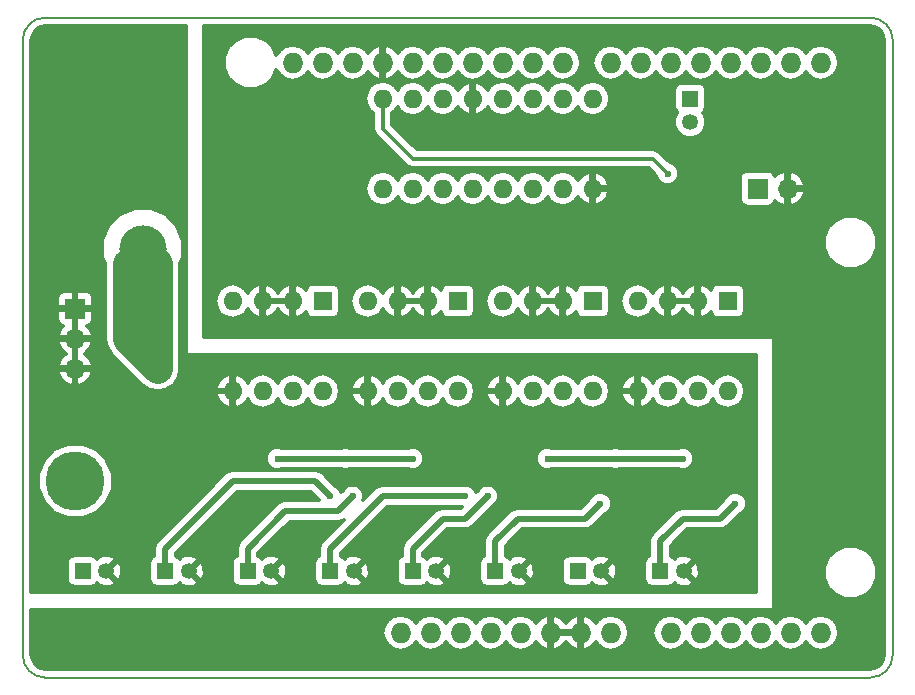
<source format=gbr>
%TF.GenerationSoftware,KiCad,Pcbnew,4.0.7*%
%TF.CreationDate,2018-07-13T11:03:56-06:00*%
%TF.ProjectId,valve_testing,76616C76655F74657374696E672E6B69,rev?*%
%TF.FileFunction,Copper,L1,Top,Signal*%
%FSLAX46Y46*%
G04 Gerber Fmt 4.6, Leading zero omitted, Abs format (unit mm)*
G04 Created by KiCad (PCBNEW 4.0.7) date Friday, July 13, 2018 'AMt' 11:03:56 AM*
%MOMM*%
%LPD*%
G01*
G04 APERTURE LIST*
%ADD10C,0.150000*%
%ADD11O,1.727200X1.727200*%
%ADD12O,1.600000X1.600000*%
%ADD13R,1.600000X1.600000*%
%ADD14C,4.000500*%
%ADD15C,5.000000*%
%ADD16R,1.350000X1.350000*%
%ADD17C,1.350000*%
%ADD18R,1.700000X1.700000*%
%ADD19O,1.700000X1.700000*%
%ADD20C,0.600000*%
%ADD21C,2.540000*%
%ADD22C,0.508000*%
%ADD23C,0.304800*%
G04 APERTURE END LIST*
D10*
X157480000Y-51435000D02*
X157480000Y-50165000D01*
X83820000Y-51435000D02*
X83820000Y-50165000D01*
X83820000Y-100965000D02*
X83820000Y-102235000D01*
X157480000Y-101092000D02*
X157480000Y-102235000D01*
X83820000Y-51435000D02*
X83820000Y-100965000D01*
X157480000Y-51435000D02*
X157480000Y-101092000D01*
X83820000Y-102235000D02*
G75*
G03X85725000Y-104140000I1905000J0D01*
G01*
X85725000Y-48260000D02*
G75*
G03X83820000Y-50165000I0J-1905000D01*
G01*
X157480000Y-50165000D02*
G75*
G03X155575000Y-48260000I-1905000J0D01*
G01*
X155575000Y-104140000D02*
G75*
G03X157480000Y-102235000I0J1905000D01*
G01*
X155575000Y-48260000D02*
X85725000Y-48260000D01*
X85725000Y-104140000D02*
X155575000Y-104140000D01*
D11*
X138684000Y-100330000D03*
X133604000Y-100330000D03*
X131064000Y-100330000D03*
X128524000Y-100330000D03*
X125984000Y-100330000D03*
X123444000Y-100330000D03*
X120904000Y-100330000D03*
X118364000Y-100330000D03*
X151384000Y-52070000D03*
X148844000Y-52070000D03*
X146304000Y-52070000D03*
X143764000Y-52070000D03*
X141224000Y-52070000D03*
X138684000Y-52070000D03*
X136144000Y-52070000D03*
X133604000Y-52070000D03*
X114300000Y-52070000D03*
X129540000Y-52070000D03*
X127000000Y-52070000D03*
X124460000Y-52070000D03*
X106680000Y-52070000D03*
X109220000Y-52070000D03*
X111760000Y-52070000D03*
X116840000Y-52070000D03*
X119380000Y-52070000D03*
X121920000Y-52070000D03*
X115824000Y-100330000D03*
X141224000Y-100330000D03*
X143764000Y-100330000D03*
X146304000Y-100330000D03*
X148844000Y-100330000D03*
X151384000Y-100330000D03*
D12*
X114300000Y-62738000D03*
X116840000Y-62738000D03*
X119380000Y-62738000D03*
X121920000Y-62738000D03*
X124460000Y-62738000D03*
X127000000Y-62738000D03*
X129540000Y-62738000D03*
X132080000Y-62738000D03*
X132080000Y-55118000D03*
X129540000Y-55118000D03*
X127000000Y-55118000D03*
X124460000Y-55118000D03*
X121920000Y-55118000D03*
X119380000Y-55118000D03*
X116840000Y-55118000D03*
X114300000Y-55118000D03*
D13*
X109220000Y-72263000D03*
D12*
X101600000Y-79883000D03*
X106680000Y-72263000D03*
X104140000Y-79883000D03*
X104140000Y-72263000D03*
X106680000Y-79883000D03*
X101600000Y-72263000D03*
X109220000Y-79883000D03*
D14*
X93980000Y-67818000D03*
X93980000Y-60198000D03*
D13*
X120650000Y-72263000D03*
D12*
X113030000Y-79883000D03*
X118110000Y-72263000D03*
X115570000Y-79883000D03*
X115570000Y-72263000D03*
X118110000Y-79883000D03*
X113030000Y-72263000D03*
X120650000Y-79883000D03*
D13*
X132080000Y-72263000D03*
D12*
X124460000Y-79883000D03*
X129540000Y-72263000D03*
X127000000Y-79883000D03*
X127000000Y-72263000D03*
X129540000Y-79883000D03*
X124460000Y-72263000D03*
X132080000Y-79883000D03*
D13*
X143510000Y-72263000D03*
D12*
X135890000Y-79883000D03*
X140970000Y-72263000D03*
X138430000Y-79883000D03*
X138430000Y-72263000D03*
X140970000Y-79883000D03*
X135890000Y-72263000D03*
X143510000Y-79883000D03*
D15*
X88265000Y-87503000D03*
D16*
X137795000Y-95123000D03*
D17*
X139795000Y-95123000D03*
D18*
X146050000Y-62738000D03*
D19*
X148590000Y-62738000D03*
D16*
X140335000Y-55118000D03*
D17*
X140335000Y-57118000D03*
D16*
X88900000Y-95123000D03*
D17*
X90900000Y-95123000D03*
D16*
X95885000Y-95123000D03*
D17*
X97885000Y-95123000D03*
D16*
X102870000Y-95123000D03*
D17*
X104870000Y-95123000D03*
D16*
X109855000Y-95123000D03*
D17*
X111855000Y-95123000D03*
D16*
X116840000Y-95123000D03*
D17*
X118840000Y-95123000D03*
D16*
X123825000Y-95123000D03*
D17*
X125825000Y-95123000D03*
D16*
X130810000Y-95123000D03*
D17*
X132810000Y-95123000D03*
D18*
X95250000Y-72898000D03*
D19*
X95250000Y-75438000D03*
X95250000Y-77978000D03*
D18*
X88265000Y-72898000D03*
D19*
X88265000Y-75438000D03*
X88265000Y-77978000D03*
D20*
X139700000Y-85598000D03*
X116840000Y-85598000D03*
X128270000Y-85598000D03*
X133985000Y-85598000D03*
X105410000Y-85598000D03*
X111125000Y-85598000D03*
X138430000Y-61468000D03*
X109855000Y-88773000D03*
X111760000Y-88773000D03*
X121285000Y-88773000D03*
X123190000Y-88773000D03*
X132715000Y-89408000D03*
X144145000Y-89408000D03*
D21*
X93980000Y-60198000D02*
X93980000Y-62484000D01*
X96266000Y-59563000D02*
X96266000Y-62484000D01*
X94107000Y-57404000D02*
X96266000Y-59563000D01*
X94107000Y-57277000D02*
X94107000Y-57404000D01*
X91440000Y-59944000D02*
X94107000Y-57277000D01*
X93980000Y-62484000D02*
X91440000Y-59944000D01*
X93980000Y-67818000D02*
X93980000Y-74168000D01*
X93980000Y-74168000D02*
X95250000Y-75438000D01*
X92710000Y-69088000D02*
X92710000Y-75438000D01*
X92710000Y-75438000D02*
X95250000Y-77978000D01*
X93980000Y-67818000D02*
X95250000Y-69088000D01*
X95250000Y-69088000D02*
X95250000Y-72898000D01*
X95250000Y-72898000D02*
X95250000Y-75438000D01*
X95250000Y-75438000D02*
X95250000Y-77978000D01*
D22*
X133985000Y-85598000D02*
X139700000Y-85598000D01*
X111125000Y-85598000D02*
X116840000Y-85598000D01*
X133985000Y-85598000D02*
X128270000Y-85598000D01*
X111125000Y-85598000D02*
X105410000Y-85598000D01*
D23*
X114300000Y-57658000D02*
X114300000Y-55118000D01*
X116840000Y-60198000D02*
X114300000Y-57658000D01*
X137160000Y-60198000D02*
X116840000Y-60198000D01*
X138430000Y-61468000D02*
X137160000Y-60198000D01*
D22*
X95885000Y-93218000D02*
X95885000Y-95123000D01*
X101600000Y-87503000D02*
X95885000Y-93218000D01*
X108585000Y-87503000D02*
X101600000Y-87503000D01*
X109855000Y-88773000D02*
X108585000Y-87503000D01*
X102870000Y-93218000D02*
X102870000Y-95123000D01*
X106045000Y-90043000D02*
X102870000Y-93218000D01*
X110490000Y-90043000D02*
X106045000Y-90043000D01*
X111760000Y-88773000D02*
X110490000Y-90043000D01*
X109855000Y-93218000D02*
X109855000Y-95123000D01*
X114300000Y-88773000D02*
X109855000Y-93218000D01*
X121285000Y-88773000D02*
X114300000Y-88773000D01*
X116840000Y-93218000D02*
X116840000Y-95123000D01*
X119380000Y-90678000D02*
X116840000Y-93218000D01*
X121285000Y-90678000D02*
X119380000Y-90678000D01*
X123190000Y-88773000D02*
X121285000Y-90678000D01*
X123825000Y-95123000D02*
X123825000Y-92583000D01*
X125730000Y-90678000D02*
X123825000Y-92583000D01*
X131445000Y-90678000D02*
X125730000Y-90678000D01*
X132715000Y-89408000D02*
X131445000Y-90678000D01*
X137795000Y-95123000D02*
X137795000Y-92583000D01*
X139700000Y-90678000D02*
X137795000Y-92583000D01*
X142875000Y-90678000D02*
X139700000Y-90678000D01*
X144145000Y-89408000D02*
X142875000Y-90678000D01*
D23*
G36*
X97637600Y-76708000D02*
X97649607Y-76767292D01*
X97683736Y-76817242D01*
X97734609Y-76849977D01*
X97790000Y-76860400D01*
X145897600Y-76860400D01*
X145897600Y-96875600D01*
X84555400Y-96875600D01*
X84555400Y-94448000D01*
X87551662Y-94448000D01*
X87551662Y-95798000D01*
X87597711Y-96042730D01*
X87742346Y-96267499D01*
X87963034Y-96418288D01*
X88225000Y-96471338D01*
X89575000Y-96471338D01*
X89819730Y-96425289D01*
X90044499Y-96280654D01*
X90149211Y-96127402D01*
X90184122Y-96281175D01*
X90681829Y-96466969D01*
X91212751Y-96448156D01*
X91615878Y-96281175D01*
X91671128Y-96037812D01*
X90900000Y-95266684D01*
X90885858Y-95280827D01*
X90742174Y-95137143D01*
X90756316Y-95123000D01*
X91043684Y-95123000D01*
X91814812Y-95894128D01*
X92058175Y-95838878D01*
X92243969Y-95341171D01*
X92225156Y-94810249D01*
X92075108Y-94448000D01*
X94536662Y-94448000D01*
X94536662Y-95798000D01*
X94582711Y-96042730D01*
X94727346Y-96267499D01*
X94948034Y-96418288D01*
X95210000Y-96471338D01*
X96560000Y-96471338D01*
X96804730Y-96425289D01*
X97029499Y-96280654D01*
X97134211Y-96127402D01*
X97169122Y-96281175D01*
X97666829Y-96466969D01*
X98197751Y-96448156D01*
X98600878Y-96281175D01*
X98656128Y-96037812D01*
X97885000Y-95266684D01*
X97870858Y-95280827D01*
X97727174Y-95137143D01*
X97741316Y-95123000D01*
X98028684Y-95123000D01*
X98799812Y-95894128D01*
X99043175Y-95838878D01*
X99228969Y-95341171D01*
X99210156Y-94810249D01*
X99043175Y-94407122D01*
X98799812Y-94351872D01*
X98028684Y-95123000D01*
X97741316Y-95123000D01*
X97727174Y-95108858D01*
X97870858Y-94965174D01*
X97885000Y-94979316D01*
X98656128Y-94208188D01*
X98600878Y-93964825D01*
X98103171Y-93779031D01*
X97572249Y-93797844D01*
X97169122Y-93964825D01*
X97133844Y-94120215D01*
X97042654Y-93978501D01*
X96821966Y-93827712D01*
X96799400Y-93823142D01*
X96799400Y-93596756D01*
X101978757Y-88417400D01*
X108206244Y-88417400D01*
X108917443Y-89128600D01*
X106045000Y-89128600D01*
X105695074Y-89198205D01*
X105398422Y-89396422D01*
X102223422Y-92571422D01*
X102025205Y-92868074D01*
X101955600Y-93218000D01*
X101955600Y-93819708D01*
X101950270Y-93820711D01*
X101725501Y-93965346D01*
X101574712Y-94186034D01*
X101521662Y-94448000D01*
X101521662Y-95798000D01*
X101567711Y-96042730D01*
X101712346Y-96267499D01*
X101933034Y-96418288D01*
X102195000Y-96471338D01*
X103545000Y-96471338D01*
X103789730Y-96425289D01*
X104014499Y-96280654D01*
X104119211Y-96127402D01*
X104154122Y-96281175D01*
X104651829Y-96466969D01*
X105182751Y-96448156D01*
X105585878Y-96281175D01*
X105641128Y-96037812D01*
X104870000Y-95266684D01*
X104855858Y-95280827D01*
X104712174Y-95137143D01*
X104726316Y-95123000D01*
X105013684Y-95123000D01*
X105784812Y-95894128D01*
X106028175Y-95838878D01*
X106213969Y-95341171D01*
X106195156Y-94810249D01*
X106028175Y-94407122D01*
X105784812Y-94351872D01*
X105013684Y-95123000D01*
X104726316Y-95123000D01*
X104712174Y-95108858D01*
X104855858Y-94965174D01*
X104870000Y-94979316D01*
X105641128Y-94208188D01*
X105585878Y-93964825D01*
X105088171Y-93779031D01*
X104557249Y-93797844D01*
X104154122Y-93964825D01*
X104118844Y-94120215D01*
X104027654Y-93978501D01*
X103806966Y-93827712D01*
X103784400Y-93823142D01*
X103784400Y-93596756D01*
X106423756Y-90957400D01*
X110490000Y-90957400D01*
X110839926Y-90887795D01*
X110997007Y-90782837D01*
X109208422Y-92571422D01*
X109010205Y-92868074D01*
X108940600Y-93218000D01*
X108940600Y-93819708D01*
X108935270Y-93820711D01*
X108710501Y-93965346D01*
X108559712Y-94186034D01*
X108506662Y-94448000D01*
X108506662Y-95798000D01*
X108552711Y-96042730D01*
X108697346Y-96267499D01*
X108918034Y-96418288D01*
X109180000Y-96471338D01*
X110530000Y-96471338D01*
X110774730Y-96425289D01*
X110999499Y-96280654D01*
X111104211Y-96127402D01*
X111139122Y-96281175D01*
X111636829Y-96466969D01*
X112167751Y-96448156D01*
X112570878Y-96281175D01*
X112626128Y-96037812D01*
X111855000Y-95266684D01*
X111840858Y-95280827D01*
X111697174Y-95137143D01*
X111711316Y-95123000D01*
X111998684Y-95123000D01*
X112769812Y-95894128D01*
X113013175Y-95838878D01*
X113198969Y-95341171D01*
X113180156Y-94810249D01*
X113013175Y-94407122D01*
X112769812Y-94351872D01*
X111998684Y-95123000D01*
X111711316Y-95123000D01*
X111697174Y-95108858D01*
X111840858Y-94965174D01*
X111855000Y-94979316D01*
X112626128Y-94208188D01*
X112570878Y-93964825D01*
X112073171Y-93779031D01*
X111542249Y-93797844D01*
X111139122Y-93964825D01*
X111103844Y-94120215D01*
X111012654Y-93978501D01*
X110791966Y-93827712D01*
X110769400Y-93823142D01*
X110769400Y-93596756D01*
X114678757Y-89687400D01*
X120982444Y-89687400D01*
X120906244Y-89763600D01*
X119380000Y-89763600D01*
X119030074Y-89833205D01*
X118733421Y-90031422D01*
X116193422Y-92571422D01*
X115995205Y-92868074D01*
X115925600Y-93218000D01*
X115925600Y-93819708D01*
X115920270Y-93820711D01*
X115695501Y-93965346D01*
X115544712Y-94186034D01*
X115491662Y-94448000D01*
X115491662Y-95798000D01*
X115537711Y-96042730D01*
X115682346Y-96267499D01*
X115903034Y-96418288D01*
X116165000Y-96471338D01*
X117515000Y-96471338D01*
X117759730Y-96425289D01*
X117984499Y-96280654D01*
X118089211Y-96127402D01*
X118124122Y-96281175D01*
X118621829Y-96466969D01*
X119152751Y-96448156D01*
X119555878Y-96281175D01*
X119611128Y-96037812D01*
X118840000Y-95266684D01*
X118825858Y-95280827D01*
X118682174Y-95137143D01*
X118696316Y-95123000D01*
X118983684Y-95123000D01*
X119754812Y-95894128D01*
X119998175Y-95838878D01*
X120183969Y-95341171D01*
X120165156Y-94810249D01*
X120015108Y-94448000D01*
X122476662Y-94448000D01*
X122476662Y-95798000D01*
X122522711Y-96042730D01*
X122667346Y-96267499D01*
X122888034Y-96418288D01*
X123150000Y-96471338D01*
X124500000Y-96471338D01*
X124744730Y-96425289D01*
X124969499Y-96280654D01*
X125074211Y-96127402D01*
X125109122Y-96281175D01*
X125606829Y-96466969D01*
X126137751Y-96448156D01*
X126540878Y-96281175D01*
X126596128Y-96037812D01*
X125825000Y-95266684D01*
X125810858Y-95280827D01*
X125667174Y-95137143D01*
X125681316Y-95123000D01*
X125968684Y-95123000D01*
X126739812Y-95894128D01*
X126983175Y-95838878D01*
X127168969Y-95341171D01*
X127150156Y-94810249D01*
X127000108Y-94448000D01*
X129461662Y-94448000D01*
X129461662Y-95798000D01*
X129507711Y-96042730D01*
X129652346Y-96267499D01*
X129873034Y-96418288D01*
X130135000Y-96471338D01*
X131485000Y-96471338D01*
X131729730Y-96425289D01*
X131954499Y-96280654D01*
X132059211Y-96127402D01*
X132094122Y-96281175D01*
X132591829Y-96466969D01*
X133122751Y-96448156D01*
X133525878Y-96281175D01*
X133581128Y-96037812D01*
X132810000Y-95266684D01*
X132795858Y-95280827D01*
X132652174Y-95137143D01*
X132666316Y-95123000D01*
X132953684Y-95123000D01*
X133724812Y-95894128D01*
X133968175Y-95838878D01*
X134153969Y-95341171D01*
X134135156Y-94810249D01*
X133985108Y-94448000D01*
X136446662Y-94448000D01*
X136446662Y-95798000D01*
X136492711Y-96042730D01*
X136637346Y-96267499D01*
X136858034Y-96418288D01*
X137120000Y-96471338D01*
X138470000Y-96471338D01*
X138714730Y-96425289D01*
X138939499Y-96280654D01*
X139044211Y-96127402D01*
X139079122Y-96281175D01*
X139576829Y-96466969D01*
X140107751Y-96448156D01*
X140510878Y-96281175D01*
X140566128Y-96037812D01*
X139795000Y-95266684D01*
X139780858Y-95280827D01*
X139637174Y-95137143D01*
X139651316Y-95123000D01*
X139938684Y-95123000D01*
X140709812Y-95894128D01*
X140953175Y-95838878D01*
X141138969Y-95341171D01*
X141120156Y-94810249D01*
X140953175Y-94407122D01*
X140709812Y-94351872D01*
X139938684Y-95123000D01*
X139651316Y-95123000D01*
X139637174Y-95108858D01*
X139780858Y-94965174D01*
X139795000Y-94979316D01*
X140566128Y-94208188D01*
X140510878Y-93964825D01*
X140013171Y-93779031D01*
X139482249Y-93797844D01*
X139079122Y-93964825D01*
X139043844Y-94120215D01*
X138952654Y-93978501D01*
X138731966Y-93827712D01*
X138709400Y-93823142D01*
X138709400Y-92961756D01*
X140078757Y-91592400D01*
X142875000Y-91592400D01*
X143224926Y-91522795D01*
X143521578Y-91324578D01*
X144577855Y-90268302D01*
X144688312Y-90222662D01*
X144958712Y-89952733D01*
X145105233Y-89599873D01*
X145105566Y-89217803D01*
X144959662Y-88864688D01*
X144689733Y-88594288D01*
X144336873Y-88447767D01*
X143954803Y-88447434D01*
X143601688Y-88593338D01*
X143331288Y-88863267D01*
X143284927Y-88974916D01*
X142496244Y-89763600D01*
X139700000Y-89763600D01*
X139350074Y-89833205D01*
X139231252Y-89912599D01*
X139053422Y-90031421D01*
X137148422Y-91936422D01*
X136950205Y-92233074D01*
X136880600Y-92583000D01*
X136880600Y-93819708D01*
X136875270Y-93820711D01*
X136650501Y-93965346D01*
X136499712Y-94186034D01*
X136446662Y-94448000D01*
X133985108Y-94448000D01*
X133968175Y-94407122D01*
X133724812Y-94351872D01*
X132953684Y-95123000D01*
X132666316Y-95123000D01*
X132652174Y-95108858D01*
X132795858Y-94965174D01*
X132810000Y-94979316D01*
X133581128Y-94208188D01*
X133525878Y-93964825D01*
X133028171Y-93779031D01*
X132497249Y-93797844D01*
X132094122Y-93964825D01*
X132058844Y-94120215D01*
X131967654Y-93978501D01*
X131746966Y-93827712D01*
X131485000Y-93774662D01*
X130135000Y-93774662D01*
X129890270Y-93820711D01*
X129665501Y-93965346D01*
X129514712Y-94186034D01*
X129461662Y-94448000D01*
X127000108Y-94448000D01*
X126983175Y-94407122D01*
X126739812Y-94351872D01*
X125968684Y-95123000D01*
X125681316Y-95123000D01*
X125667174Y-95108858D01*
X125810858Y-94965174D01*
X125825000Y-94979316D01*
X126596128Y-94208188D01*
X126540878Y-93964825D01*
X126043171Y-93779031D01*
X125512249Y-93797844D01*
X125109122Y-93964825D01*
X125073844Y-94120215D01*
X124982654Y-93978501D01*
X124761966Y-93827712D01*
X124739400Y-93823142D01*
X124739400Y-92961756D01*
X126108757Y-91592400D01*
X131445000Y-91592400D01*
X131794926Y-91522795D01*
X132091578Y-91324578D01*
X133147855Y-90268302D01*
X133258312Y-90222662D01*
X133528712Y-89952733D01*
X133675233Y-89599873D01*
X133675566Y-89217803D01*
X133529662Y-88864688D01*
X133259733Y-88594288D01*
X132906873Y-88447767D01*
X132524803Y-88447434D01*
X132171688Y-88593338D01*
X131901288Y-88863267D01*
X131854927Y-88974916D01*
X131066244Y-89763600D01*
X125730000Y-89763600D01*
X125380074Y-89833205D01*
X125261252Y-89912599D01*
X125083422Y-90031421D01*
X123178422Y-91936422D01*
X122980205Y-92233074D01*
X122910600Y-92583000D01*
X122910600Y-93819708D01*
X122905270Y-93820711D01*
X122680501Y-93965346D01*
X122529712Y-94186034D01*
X122476662Y-94448000D01*
X120015108Y-94448000D01*
X119998175Y-94407122D01*
X119754812Y-94351872D01*
X118983684Y-95123000D01*
X118696316Y-95123000D01*
X118682174Y-95108858D01*
X118825858Y-94965174D01*
X118840000Y-94979316D01*
X119611128Y-94208188D01*
X119555878Y-93964825D01*
X119058171Y-93779031D01*
X118527249Y-93797844D01*
X118124122Y-93964825D01*
X118088844Y-94120215D01*
X117997654Y-93978501D01*
X117776966Y-93827712D01*
X117754400Y-93823142D01*
X117754400Y-93596756D01*
X119758757Y-91592400D01*
X121285000Y-91592400D01*
X121634926Y-91522795D01*
X121931578Y-91324578D01*
X123622855Y-89633302D01*
X123733312Y-89587662D01*
X124003712Y-89317733D01*
X124150233Y-88964873D01*
X124150566Y-88582803D01*
X124004662Y-88229688D01*
X123734733Y-87959288D01*
X123381873Y-87812767D01*
X122999803Y-87812434D01*
X122646688Y-87958338D01*
X122376288Y-88228267D01*
X122329927Y-88339916D01*
X122199216Y-88470627D01*
X122099662Y-88229688D01*
X121829733Y-87959288D01*
X121476873Y-87812767D01*
X121094803Y-87812434D01*
X120983073Y-87858600D01*
X114300000Y-87858600D01*
X113950074Y-87928205D01*
X113801748Y-88027314D01*
X113653421Y-88126422D01*
X112652960Y-89126883D01*
X112720233Y-88964873D01*
X112720566Y-88582803D01*
X112574662Y-88229688D01*
X112304733Y-87959288D01*
X111951873Y-87812767D01*
X111569803Y-87812434D01*
X111216688Y-87958338D01*
X110946288Y-88228267D01*
X110899927Y-88339916D01*
X110769216Y-88470627D01*
X110669662Y-88229688D01*
X110399733Y-87959288D01*
X110288084Y-87912927D01*
X109231578Y-86856422D01*
X109231577Y-86856421D01*
X108934926Y-86658205D01*
X108585000Y-86588600D01*
X101600000Y-86588600D01*
X101250075Y-86658204D01*
X100953422Y-86856421D01*
X95238422Y-92571422D01*
X95040205Y-92868074D01*
X94970600Y-93218000D01*
X94970600Y-93819708D01*
X94965270Y-93820711D01*
X94740501Y-93965346D01*
X94589712Y-94186034D01*
X94536662Y-94448000D01*
X92075108Y-94448000D01*
X92058175Y-94407122D01*
X91814812Y-94351872D01*
X91043684Y-95123000D01*
X90756316Y-95123000D01*
X90742174Y-95108858D01*
X90885858Y-94965174D01*
X90900000Y-94979316D01*
X91671128Y-94208188D01*
X91615878Y-93964825D01*
X91118171Y-93779031D01*
X90587249Y-93797844D01*
X90184122Y-93964825D01*
X90148844Y-94120215D01*
X90057654Y-93978501D01*
X89836966Y-93827712D01*
X89575000Y-93774662D01*
X88225000Y-93774662D01*
X87980270Y-93820711D01*
X87755501Y-93965346D01*
X87604712Y-94186034D01*
X87551662Y-94448000D01*
X84555400Y-94448000D01*
X84555400Y-88128884D01*
X85104053Y-88128884D01*
X85584181Y-89290884D01*
X86472440Y-90180695D01*
X87633600Y-90662850D01*
X88890884Y-90663947D01*
X90052884Y-90183819D01*
X90942695Y-89295560D01*
X91424850Y-88134400D01*
X91425947Y-86877116D01*
X90976016Y-85788197D01*
X104449434Y-85788197D01*
X104595338Y-86141312D01*
X104865267Y-86411712D01*
X105218127Y-86558233D01*
X105600197Y-86558566D01*
X105711927Y-86512400D01*
X110822749Y-86512400D01*
X110933127Y-86558233D01*
X111315197Y-86558566D01*
X111426927Y-86512400D01*
X116537749Y-86512400D01*
X116648127Y-86558233D01*
X117030197Y-86558566D01*
X117383312Y-86412662D01*
X117653712Y-86142733D01*
X117800233Y-85789873D01*
X117800234Y-85788197D01*
X127309434Y-85788197D01*
X127455338Y-86141312D01*
X127725267Y-86411712D01*
X128078127Y-86558233D01*
X128460197Y-86558566D01*
X128571927Y-86512400D01*
X133682749Y-86512400D01*
X133793127Y-86558233D01*
X134175197Y-86558566D01*
X134286927Y-86512400D01*
X139397749Y-86512400D01*
X139508127Y-86558233D01*
X139890197Y-86558566D01*
X140243312Y-86412662D01*
X140513712Y-86142733D01*
X140660233Y-85789873D01*
X140660566Y-85407803D01*
X140514662Y-85054688D01*
X140244733Y-84784288D01*
X139891873Y-84637767D01*
X139509803Y-84637434D01*
X139398073Y-84683600D01*
X134287251Y-84683600D01*
X134176873Y-84637767D01*
X133794803Y-84637434D01*
X133683073Y-84683600D01*
X128572251Y-84683600D01*
X128461873Y-84637767D01*
X128079803Y-84637434D01*
X127726688Y-84783338D01*
X127456288Y-85053267D01*
X127309767Y-85406127D01*
X127309434Y-85788197D01*
X117800234Y-85788197D01*
X117800566Y-85407803D01*
X117654662Y-85054688D01*
X117384733Y-84784288D01*
X117031873Y-84637767D01*
X116649803Y-84637434D01*
X116538073Y-84683600D01*
X111427251Y-84683600D01*
X111316873Y-84637767D01*
X110934803Y-84637434D01*
X110823073Y-84683600D01*
X105712251Y-84683600D01*
X105601873Y-84637767D01*
X105219803Y-84637434D01*
X104866688Y-84783338D01*
X104596288Y-85053267D01*
X104449767Y-85406127D01*
X104449434Y-85788197D01*
X90976016Y-85788197D01*
X90945819Y-85715116D01*
X90057560Y-84825305D01*
X88896400Y-84343150D01*
X87639116Y-84342053D01*
X86477116Y-84822181D01*
X85587305Y-85710440D01*
X85105150Y-86871600D01*
X85104053Y-88128884D01*
X84555400Y-88128884D01*
X84555400Y-80211254D01*
X100176961Y-80211254D01*
X100410901Y-80730841D01*
X100825870Y-81121351D01*
X101271747Y-81306032D01*
X101498400Y-81174309D01*
X101498400Y-79984600D01*
X100308231Y-79984600D01*
X100176961Y-80211254D01*
X84555400Y-80211254D01*
X84555400Y-78314093D01*
X86792468Y-78314093D01*
X86986103Y-78781589D01*
X87390973Y-79209832D01*
X87928906Y-79450540D01*
X88163400Y-79319887D01*
X88163400Y-78079600D01*
X88366600Y-78079600D01*
X88366600Y-79319887D01*
X88601094Y-79450540D01*
X89139027Y-79209832D01*
X89543897Y-78781589D01*
X89737532Y-78314093D01*
X89606458Y-78079600D01*
X88366600Y-78079600D01*
X88163400Y-78079600D01*
X86923542Y-78079600D01*
X86792468Y-78314093D01*
X84555400Y-78314093D01*
X84555400Y-75774093D01*
X86792468Y-75774093D01*
X86986103Y-76241589D01*
X87390973Y-76669832D01*
X87476271Y-76708000D01*
X87390973Y-76746168D01*
X86986103Y-77174411D01*
X86792468Y-77641907D01*
X86923542Y-77876400D01*
X88163400Y-77876400D01*
X88163400Y-75539600D01*
X88366600Y-75539600D01*
X88366600Y-77876400D01*
X89606458Y-77876400D01*
X89737532Y-77641907D01*
X89543897Y-77174411D01*
X89139027Y-76746168D01*
X89053729Y-76708000D01*
X89139027Y-76669832D01*
X89543897Y-76241589D01*
X89737532Y-75774093D01*
X89606458Y-75539600D01*
X88366600Y-75539600D01*
X88163400Y-75539600D01*
X86923542Y-75539600D01*
X86792468Y-75774093D01*
X84555400Y-75774093D01*
X84555400Y-73164700D01*
X86754600Y-73164700D01*
X86754600Y-73879361D01*
X86855140Y-74122086D01*
X87040913Y-74307860D01*
X87223377Y-74383439D01*
X86986103Y-74634411D01*
X86792468Y-75101907D01*
X86923542Y-75336400D01*
X88163400Y-75336400D01*
X88163400Y-72999600D01*
X88366600Y-72999600D01*
X88366600Y-75336400D01*
X89606458Y-75336400D01*
X89737532Y-75101907D01*
X89543897Y-74634411D01*
X89306623Y-74383439D01*
X89489087Y-74307860D01*
X89674860Y-74122086D01*
X89775400Y-73879361D01*
X89775400Y-73164700D01*
X89610300Y-72999600D01*
X88366600Y-72999600D01*
X88163400Y-72999600D01*
X86919700Y-72999600D01*
X86754600Y-73164700D01*
X84555400Y-73164700D01*
X84555400Y-71916639D01*
X86754600Y-71916639D01*
X86754600Y-72631300D01*
X86919700Y-72796400D01*
X88163400Y-72796400D01*
X88163400Y-71552700D01*
X88366600Y-71552700D01*
X88366600Y-72796400D01*
X89610300Y-72796400D01*
X89775400Y-72631300D01*
X89775400Y-71916639D01*
X89674860Y-71673914D01*
X89489087Y-71488140D01*
X89246362Y-71387600D01*
X88531700Y-71387600D01*
X88366600Y-71552700D01*
X88163400Y-71552700D01*
X87998300Y-71387600D01*
X87283638Y-71387600D01*
X87040913Y-71488140D01*
X86855140Y-71673914D01*
X86754600Y-71916639D01*
X84555400Y-71916639D01*
X84555400Y-68495820D01*
X90556757Y-68495820D01*
X90786697Y-69052319D01*
X90779600Y-69088000D01*
X90779600Y-75438000D01*
X90926543Y-76176732D01*
X91345001Y-76802999D01*
X93885001Y-79342999D01*
X94511268Y-79761457D01*
X95250000Y-79908400D01*
X95988732Y-79761457D01*
X96298097Y-79554746D01*
X100176961Y-79554746D01*
X100308231Y-79781400D01*
X101498400Y-79781400D01*
X101498400Y-78591691D01*
X101701600Y-78591691D01*
X101701600Y-79781400D01*
X101721600Y-79781400D01*
X101721600Y-79984600D01*
X101701600Y-79984600D01*
X101701600Y-81174309D01*
X101928253Y-81306032D01*
X102374130Y-81121351D01*
X102789099Y-80730841D01*
X102859804Y-80573804D01*
X103107341Y-80944270D01*
X103581129Y-81260845D01*
X104140000Y-81372011D01*
X104698871Y-81260845D01*
X105172659Y-80944270D01*
X105410000Y-80589064D01*
X105647341Y-80944270D01*
X106121129Y-81260845D01*
X106680000Y-81372011D01*
X107238871Y-81260845D01*
X107712659Y-80944270D01*
X107950000Y-80589064D01*
X108187341Y-80944270D01*
X108661129Y-81260845D01*
X109220000Y-81372011D01*
X109778871Y-81260845D01*
X110252659Y-80944270D01*
X110569234Y-80470482D01*
X110620797Y-80211254D01*
X111606961Y-80211254D01*
X111840901Y-80730841D01*
X112255870Y-81121351D01*
X112701747Y-81306032D01*
X112928400Y-81174309D01*
X112928400Y-79984600D01*
X111738231Y-79984600D01*
X111606961Y-80211254D01*
X110620797Y-80211254D01*
X110680400Y-79911611D01*
X110680400Y-79854389D01*
X110620798Y-79554746D01*
X111606961Y-79554746D01*
X111738231Y-79781400D01*
X112928400Y-79781400D01*
X112928400Y-78591691D01*
X113131600Y-78591691D01*
X113131600Y-79781400D01*
X113151600Y-79781400D01*
X113151600Y-79984600D01*
X113131600Y-79984600D01*
X113131600Y-81174309D01*
X113358253Y-81306032D01*
X113804130Y-81121351D01*
X114219099Y-80730841D01*
X114289804Y-80573804D01*
X114537341Y-80944270D01*
X115011129Y-81260845D01*
X115570000Y-81372011D01*
X116128871Y-81260845D01*
X116602659Y-80944270D01*
X116840000Y-80589064D01*
X117077341Y-80944270D01*
X117551129Y-81260845D01*
X118110000Y-81372011D01*
X118668871Y-81260845D01*
X119142659Y-80944270D01*
X119380000Y-80589064D01*
X119617341Y-80944270D01*
X120091129Y-81260845D01*
X120650000Y-81372011D01*
X121208871Y-81260845D01*
X121682659Y-80944270D01*
X121999234Y-80470482D01*
X122050797Y-80211254D01*
X123036961Y-80211254D01*
X123270901Y-80730841D01*
X123685870Y-81121351D01*
X124131747Y-81306032D01*
X124358400Y-81174309D01*
X124358400Y-79984600D01*
X123168231Y-79984600D01*
X123036961Y-80211254D01*
X122050797Y-80211254D01*
X122110400Y-79911611D01*
X122110400Y-79854389D01*
X122050798Y-79554746D01*
X123036961Y-79554746D01*
X123168231Y-79781400D01*
X124358400Y-79781400D01*
X124358400Y-78591691D01*
X124561600Y-78591691D01*
X124561600Y-79781400D01*
X124581600Y-79781400D01*
X124581600Y-79984600D01*
X124561600Y-79984600D01*
X124561600Y-81174309D01*
X124788253Y-81306032D01*
X125234130Y-81121351D01*
X125649099Y-80730841D01*
X125719804Y-80573804D01*
X125967341Y-80944270D01*
X126441129Y-81260845D01*
X127000000Y-81372011D01*
X127558871Y-81260845D01*
X128032659Y-80944270D01*
X128270000Y-80589064D01*
X128507341Y-80944270D01*
X128981129Y-81260845D01*
X129540000Y-81372011D01*
X130098871Y-81260845D01*
X130572659Y-80944270D01*
X130810000Y-80589064D01*
X131047341Y-80944270D01*
X131521129Y-81260845D01*
X132080000Y-81372011D01*
X132638871Y-81260845D01*
X133112659Y-80944270D01*
X133429234Y-80470482D01*
X133480797Y-80211254D01*
X134466961Y-80211254D01*
X134700901Y-80730841D01*
X135115870Y-81121351D01*
X135561747Y-81306032D01*
X135788400Y-81174309D01*
X135788400Y-79984600D01*
X134598231Y-79984600D01*
X134466961Y-80211254D01*
X133480797Y-80211254D01*
X133540400Y-79911611D01*
X133540400Y-79854389D01*
X133480798Y-79554746D01*
X134466961Y-79554746D01*
X134598231Y-79781400D01*
X135788400Y-79781400D01*
X135788400Y-78591691D01*
X135991600Y-78591691D01*
X135991600Y-79781400D01*
X136011600Y-79781400D01*
X136011600Y-79984600D01*
X135991600Y-79984600D01*
X135991600Y-81174309D01*
X136218253Y-81306032D01*
X136664130Y-81121351D01*
X137079099Y-80730841D01*
X137149804Y-80573804D01*
X137397341Y-80944270D01*
X137871129Y-81260845D01*
X138430000Y-81372011D01*
X138988871Y-81260845D01*
X139462659Y-80944270D01*
X139700000Y-80589064D01*
X139937341Y-80944270D01*
X140411129Y-81260845D01*
X140970000Y-81372011D01*
X141528871Y-81260845D01*
X142002659Y-80944270D01*
X142240000Y-80589064D01*
X142477341Y-80944270D01*
X142951129Y-81260845D01*
X143510000Y-81372011D01*
X144068871Y-81260845D01*
X144542659Y-80944270D01*
X144859234Y-80470482D01*
X144970400Y-79911611D01*
X144970400Y-79854389D01*
X144859234Y-79295518D01*
X144542659Y-78821730D01*
X144068871Y-78505155D01*
X143510000Y-78393989D01*
X142951129Y-78505155D01*
X142477341Y-78821730D01*
X142240000Y-79176936D01*
X142002659Y-78821730D01*
X141528871Y-78505155D01*
X140970000Y-78393989D01*
X140411129Y-78505155D01*
X139937341Y-78821730D01*
X139700000Y-79176936D01*
X139462659Y-78821730D01*
X138988871Y-78505155D01*
X138430000Y-78393989D01*
X137871129Y-78505155D01*
X137397341Y-78821730D01*
X137149804Y-79192196D01*
X137079099Y-79035159D01*
X136664130Y-78644649D01*
X136218253Y-78459968D01*
X135991600Y-78591691D01*
X135788400Y-78591691D01*
X135561747Y-78459968D01*
X135115870Y-78644649D01*
X134700901Y-79035159D01*
X134466961Y-79554746D01*
X133480798Y-79554746D01*
X133429234Y-79295518D01*
X133112659Y-78821730D01*
X132638871Y-78505155D01*
X132080000Y-78393989D01*
X131521129Y-78505155D01*
X131047341Y-78821730D01*
X130810000Y-79176936D01*
X130572659Y-78821730D01*
X130098871Y-78505155D01*
X129540000Y-78393989D01*
X128981129Y-78505155D01*
X128507341Y-78821730D01*
X128270000Y-79176936D01*
X128032659Y-78821730D01*
X127558871Y-78505155D01*
X127000000Y-78393989D01*
X126441129Y-78505155D01*
X125967341Y-78821730D01*
X125719804Y-79192196D01*
X125649099Y-79035159D01*
X125234130Y-78644649D01*
X124788253Y-78459968D01*
X124561600Y-78591691D01*
X124358400Y-78591691D01*
X124131747Y-78459968D01*
X123685870Y-78644649D01*
X123270901Y-79035159D01*
X123036961Y-79554746D01*
X122050798Y-79554746D01*
X121999234Y-79295518D01*
X121682659Y-78821730D01*
X121208871Y-78505155D01*
X120650000Y-78393989D01*
X120091129Y-78505155D01*
X119617341Y-78821730D01*
X119380000Y-79176936D01*
X119142659Y-78821730D01*
X118668871Y-78505155D01*
X118110000Y-78393989D01*
X117551129Y-78505155D01*
X117077341Y-78821730D01*
X116840000Y-79176936D01*
X116602659Y-78821730D01*
X116128871Y-78505155D01*
X115570000Y-78393989D01*
X115011129Y-78505155D01*
X114537341Y-78821730D01*
X114289804Y-79192196D01*
X114219099Y-79035159D01*
X113804130Y-78644649D01*
X113358253Y-78459968D01*
X113131600Y-78591691D01*
X112928400Y-78591691D01*
X112701747Y-78459968D01*
X112255870Y-78644649D01*
X111840901Y-79035159D01*
X111606961Y-79554746D01*
X110620798Y-79554746D01*
X110569234Y-79295518D01*
X110252659Y-78821730D01*
X109778871Y-78505155D01*
X109220000Y-78393989D01*
X108661129Y-78505155D01*
X108187341Y-78821730D01*
X107950000Y-79176936D01*
X107712659Y-78821730D01*
X107238871Y-78505155D01*
X106680000Y-78393989D01*
X106121129Y-78505155D01*
X105647341Y-78821730D01*
X105410000Y-79176936D01*
X105172659Y-78821730D01*
X104698871Y-78505155D01*
X104140000Y-78393989D01*
X103581129Y-78505155D01*
X103107341Y-78821730D01*
X102859804Y-79192196D01*
X102789099Y-79035159D01*
X102374130Y-78644649D01*
X101928253Y-78459968D01*
X101701600Y-78591691D01*
X101498400Y-78591691D01*
X101271747Y-78459968D01*
X100825870Y-78644649D01*
X100410901Y-79035159D01*
X100176961Y-79554746D01*
X96298097Y-79554746D01*
X96614999Y-79342999D01*
X97033457Y-78716732D01*
X97180400Y-77978000D01*
X97180400Y-69088000D01*
X97173353Y-69052570D01*
X97402055Y-68501794D01*
X97403243Y-67140180D01*
X96883274Y-65881757D01*
X95921307Y-64918110D01*
X94663794Y-64395945D01*
X93302180Y-64394757D01*
X92043757Y-64914726D01*
X91080110Y-65876693D01*
X90557945Y-67134206D01*
X90556757Y-68495820D01*
X84555400Y-68495820D01*
X84555400Y-62069887D01*
X92251797Y-62069887D01*
X92468786Y-62450861D01*
X93445952Y-62857689D01*
X94504423Y-62859604D01*
X95483055Y-62456313D01*
X95491214Y-62450861D01*
X95708203Y-62069887D01*
X93980000Y-60341684D01*
X92251797Y-62069887D01*
X84555400Y-62069887D01*
X84555400Y-60722423D01*
X91318396Y-60722423D01*
X91721687Y-61701055D01*
X91727139Y-61709214D01*
X92108113Y-61926203D01*
X93836316Y-60198000D01*
X94123684Y-60198000D01*
X95851887Y-61926203D01*
X96232861Y-61709214D01*
X96639689Y-60732048D01*
X96641604Y-59673577D01*
X96238313Y-58694945D01*
X96232861Y-58686786D01*
X95851887Y-58469797D01*
X94123684Y-60198000D01*
X93836316Y-60198000D01*
X92108113Y-58469797D01*
X91727139Y-58686786D01*
X91320311Y-59663952D01*
X91318396Y-60722423D01*
X84555400Y-60722423D01*
X84555400Y-58326113D01*
X92251797Y-58326113D01*
X93980000Y-60054316D01*
X95708203Y-58326113D01*
X95491214Y-57945139D01*
X94514048Y-57538311D01*
X93455577Y-57536396D01*
X92476945Y-57939687D01*
X92468786Y-57945139D01*
X92251797Y-58326113D01*
X84555400Y-58326113D01*
X84555400Y-50237432D01*
X84657741Y-49722926D01*
X84908156Y-49348156D01*
X85282926Y-49097741D01*
X85797432Y-48995400D01*
X97637600Y-48995400D01*
X97637600Y-76708000D01*
X97637600Y-76708000D01*
G37*
X97637600Y-76708000D02*
X97649607Y-76767292D01*
X97683736Y-76817242D01*
X97734609Y-76849977D01*
X97790000Y-76860400D01*
X145897600Y-76860400D01*
X145897600Y-96875600D01*
X84555400Y-96875600D01*
X84555400Y-94448000D01*
X87551662Y-94448000D01*
X87551662Y-95798000D01*
X87597711Y-96042730D01*
X87742346Y-96267499D01*
X87963034Y-96418288D01*
X88225000Y-96471338D01*
X89575000Y-96471338D01*
X89819730Y-96425289D01*
X90044499Y-96280654D01*
X90149211Y-96127402D01*
X90184122Y-96281175D01*
X90681829Y-96466969D01*
X91212751Y-96448156D01*
X91615878Y-96281175D01*
X91671128Y-96037812D01*
X90900000Y-95266684D01*
X90885858Y-95280827D01*
X90742174Y-95137143D01*
X90756316Y-95123000D01*
X91043684Y-95123000D01*
X91814812Y-95894128D01*
X92058175Y-95838878D01*
X92243969Y-95341171D01*
X92225156Y-94810249D01*
X92075108Y-94448000D01*
X94536662Y-94448000D01*
X94536662Y-95798000D01*
X94582711Y-96042730D01*
X94727346Y-96267499D01*
X94948034Y-96418288D01*
X95210000Y-96471338D01*
X96560000Y-96471338D01*
X96804730Y-96425289D01*
X97029499Y-96280654D01*
X97134211Y-96127402D01*
X97169122Y-96281175D01*
X97666829Y-96466969D01*
X98197751Y-96448156D01*
X98600878Y-96281175D01*
X98656128Y-96037812D01*
X97885000Y-95266684D01*
X97870858Y-95280827D01*
X97727174Y-95137143D01*
X97741316Y-95123000D01*
X98028684Y-95123000D01*
X98799812Y-95894128D01*
X99043175Y-95838878D01*
X99228969Y-95341171D01*
X99210156Y-94810249D01*
X99043175Y-94407122D01*
X98799812Y-94351872D01*
X98028684Y-95123000D01*
X97741316Y-95123000D01*
X97727174Y-95108858D01*
X97870858Y-94965174D01*
X97885000Y-94979316D01*
X98656128Y-94208188D01*
X98600878Y-93964825D01*
X98103171Y-93779031D01*
X97572249Y-93797844D01*
X97169122Y-93964825D01*
X97133844Y-94120215D01*
X97042654Y-93978501D01*
X96821966Y-93827712D01*
X96799400Y-93823142D01*
X96799400Y-93596756D01*
X101978757Y-88417400D01*
X108206244Y-88417400D01*
X108917443Y-89128600D01*
X106045000Y-89128600D01*
X105695074Y-89198205D01*
X105398422Y-89396422D01*
X102223422Y-92571422D01*
X102025205Y-92868074D01*
X101955600Y-93218000D01*
X101955600Y-93819708D01*
X101950270Y-93820711D01*
X101725501Y-93965346D01*
X101574712Y-94186034D01*
X101521662Y-94448000D01*
X101521662Y-95798000D01*
X101567711Y-96042730D01*
X101712346Y-96267499D01*
X101933034Y-96418288D01*
X102195000Y-96471338D01*
X103545000Y-96471338D01*
X103789730Y-96425289D01*
X104014499Y-96280654D01*
X104119211Y-96127402D01*
X104154122Y-96281175D01*
X104651829Y-96466969D01*
X105182751Y-96448156D01*
X105585878Y-96281175D01*
X105641128Y-96037812D01*
X104870000Y-95266684D01*
X104855858Y-95280827D01*
X104712174Y-95137143D01*
X104726316Y-95123000D01*
X105013684Y-95123000D01*
X105784812Y-95894128D01*
X106028175Y-95838878D01*
X106213969Y-95341171D01*
X106195156Y-94810249D01*
X106028175Y-94407122D01*
X105784812Y-94351872D01*
X105013684Y-95123000D01*
X104726316Y-95123000D01*
X104712174Y-95108858D01*
X104855858Y-94965174D01*
X104870000Y-94979316D01*
X105641128Y-94208188D01*
X105585878Y-93964825D01*
X105088171Y-93779031D01*
X104557249Y-93797844D01*
X104154122Y-93964825D01*
X104118844Y-94120215D01*
X104027654Y-93978501D01*
X103806966Y-93827712D01*
X103784400Y-93823142D01*
X103784400Y-93596756D01*
X106423756Y-90957400D01*
X110490000Y-90957400D01*
X110839926Y-90887795D01*
X110997007Y-90782837D01*
X109208422Y-92571422D01*
X109010205Y-92868074D01*
X108940600Y-93218000D01*
X108940600Y-93819708D01*
X108935270Y-93820711D01*
X108710501Y-93965346D01*
X108559712Y-94186034D01*
X108506662Y-94448000D01*
X108506662Y-95798000D01*
X108552711Y-96042730D01*
X108697346Y-96267499D01*
X108918034Y-96418288D01*
X109180000Y-96471338D01*
X110530000Y-96471338D01*
X110774730Y-96425289D01*
X110999499Y-96280654D01*
X111104211Y-96127402D01*
X111139122Y-96281175D01*
X111636829Y-96466969D01*
X112167751Y-96448156D01*
X112570878Y-96281175D01*
X112626128Y-96037812D01*
X111855000Y-95266684D01*
X111840858Y-95280827D01*
X111697174Y-95137143D01*
X111711316Y-95123000D01*
X111998684Y-95123000D01*
X112769812Y-95894128D01*
X113013175Y-95838878D01*
X113198969Y-95341171D01*
X113180156Y-94810249D01*
X113013175Y-94407122D01*
X112769812Y-94351872D01*
X111998684Y-95123000D01*
X111711316Y-95123000D01*
X111697174Y-95108858D01*
X111840858Y-94965174D01*
X111855000Y-94979316D01*
X112626128Y-94208188D01*
X112570878Y-93964825D01*
X112073171Y-93779031D01*
X111542249Y-93797844D01*
X111139122Y-93964825D01*
X111103844Y-94120215D01*
X111012654Y-93978501D01*
X110791966Y-93827712D01*
X110769400Y-93823142D01*
X110769400Y-93596756D01*
X114678757Y-89687400D01*
X120982444Y-89687400D01*
X120906244Y-89763600D01*
X119380000Y-89763600D01*
X119030074Y-89833205D01*
X118733421Y-90031422D01*
X116193422Y-92571422D01*
X115995205Y-92868074D01*
X115925600Y-93218000D01*
X115925600Y-93819708D01*
X115920270Y-93820711D01*
X115695501Y-93965346D01*
X115544712Y-94186034D01*
X115491662Y-94448000D01*
X115491662Y-95798000D01*
X115537711Y-96042730D01*
X115682346Y-96267499D01*
X115903034Y-96418288D01*
X116165000Y-96471338D01*
X117515000Y-96471338D01*
X117759730Y-96425289D01*
X117984499Y-96280654D01*
X118089211Y-96127402D01*
X118124122Y-96281175D01*
X118621829Y-96466969D01*
X119152751Y-96448156D01*
X119555878Y-96281175D01*
X119611128Y-96037812D01*
X118840000Y-95266684D01*
X118825858Y-95280827D01*
X118682174Y-95137143D01*
X118696316Y-95123000D01*
X118983684Y-95123000D01*
X119754812Y-95894128D01*
X119998175Y-95838878D01*
X120183969Y-95341171D01*
X120165156Y-94810249D01*
X120015108Y-94448000D01*
X122476662Y-94448000D01*
X122476662Y-95798000D01*
X122522711Y-96042730D01*
X122667346Y-96267499D01*
X122888034Y-96418288D01*
X123150000Y-96471338D01*
X124500000Y-96471338D01*
X124744730Y-96425289D01*
X124969499Y-96280654D01*
X125074211Y-96127402D01*
X125109122Y-96281175D01*
X125606829Y-96466969D01*
X126137751Y-96448156D01*
X126540878Y-96281175D01*
X126596128Y-96037812D01*
X125825000Y-95266684D01*
X125810858Y-95280827D01*
X125667174Y-95137143D01*
X125681316Y-95123000D01*
X125968684Y-95123000D01*
X126739812Y-95894128D01*
X126983175Y-95838878D01*
X127168969Y-95341171D01*
X127150156Y-94810249D01*
X127000108Y-94448000D01*
X129461662Y-94448000D01*
X129461662Y-95798000D01*
X129507711Y-96042730D01*
X129652346Y-96267499D01*
X129873034Y-96418288D01*
X130135000Y-96471338D01*
X131485000Y-96471338D01*
X131729730Y-96425289D01*
X131954499Y-96280654D01*
X132059211Y-96127402D01*
X132094122Y-96281175D01*
X132591829Y-96466969D01*
X133122751Y-96448156D01*
X133525878Y-96281175D01*
X133581128Y-96037812D01*
X132810000Y-95266684D01*
X132795858Y-95280827D01*
X132652174Y-95137143D01*
X132666316Y-95123000D01*
X132953684Y-95123000D01*
X133724812Y-95894128D01*
X133968175Y-95838878D01*
X134153969Y-95341171D01*
X134135156Y-94810249D01*
X133985108Y-94448000D01*
X136446662Y-94448000D01*
X136446662Y-95798000D01*
X136492711Y-96042730D01*
X136637346Y-96267499D01*
X136858034Y-96418288D01*
X137120000Y-96471338D01*
X138470000Y-96471338D01*
X138714730Y-96425289D01*
X138939499Y-96280654D01*
X139044211Y-96127402D01*
X139079122Y-96281175D01*
X139576829Y-96466969D01*
X140107751Y-96448156D01*
X140510878Y-96281175D01*
X140566128Y-96037812D01*
X139795000Y-95266684D01*
X139780858Y-95280827D01*
X139637174Y-95137143D01*
X139651316Y-95123000D01*
X139938684Y-95123000D01*
X140709812Y-95894128D01*
X140953175Y-95838878D01*
X141138969Y-95341171D01*
X141120156Y-94810249D01*
X140953175Y-94407122D01*
X140709812Y-94351872D01*
X139938684Y-95123000D01*
X139651316Y-95123000D01*
X139637174Y-95108858D01*
X139780858Y-94965174D01*
X139795000Y-94979316D01*
X140566128Y-94208188D01*
X140510878Y-93964825D01*
X140013171Y-93779031D01*
X139482249Y-93797844D01*
X139079122Y-93964825D01*
X139043844Y-94120215D01*
X138952654Y-93978501D01*
X138731966Y-93827712D01*
X138709400Y-93823142D01*
X138709400Y-92961756D01*
X140078757Y-91592400D01*
X142875000Y-91592400D01*
X143224926Y-91522795D01*
X143521578Y-91324578D01*
X144577855Y-90268302D01*
X144688312Y-90222662D01*
X144958712Y-89952733D01*
X145105233Y-89599873D01*
X145105566Y-89217803D01*
X144959662Y-88864688D01*
X144689733Y-88594288D01*
X144336873Y-88447767D01*
X143954803Y-88447434D01*
X143601688Y-88593338D01*
X143331288Y-88863267D01*
X143284927Y-88974916D01*
X142496244Y-89763600D01*
X139700000Y-89763600D01*
X139350074Y-89833205D01*
X139231252Y-89912599D01*
X139053422Y-90031421D01*
X137148422Y-91936422D01*
X136950205Y-92233074D01*
X136880600Y-92583000D01*
X136880600Y-93819708D01*
X136875270Y-93820711D01*
X136650501Y-93965346D01*
X136499712Y-94186034D01*
X136446662Y-94448000D01*
X133985108Y-94448000D01*
X133968175Y-94407122D01*
X133724812Y-94351872D01*
X132953684Y-95123000D01*
X132666316Y-95123000D01*
X132652174Y-95108858D01*
X132795858Y-94965174D01*
X132810000Y-94979316D01*
X133581128Y-94208188D01*
X133525878Y-93964825D01*
X133028171Y-93779031D01*
X132497249Y-93797844D01*
X132094122Y-93964825D01*
X132058844Y-94120215D01*
X131967654Y-93978501D01*
X131746966Y-93827712D01*
X131485000Y-93774662D01*
X130135000Y-93774662D01*
X129890270Y-93820711D01*
X129665501Y-93965346D01*
X129514712Y-94186034D01*
X129461662Y-94448000D01*
X127000108Y-94448000D01*
X126983175Y-94407122D01*
X126739812Y-94351872D01*
X125968684Y-95123000D01*
X125681316Y-95123000D01*
X125667174Y-95108858D01*
X125810858Y-94965174D01*
X125825000Y-94979316D01*
X126596128Y-94208188D01*
X126540878Y-93964825D01*
X126043171Y-93779031D01*
X125512249Y-93797844D01*
X125109122Y-93964825D01*
X125073844Y-94120215D01*
X124982654Y-93978501D01*
X124761966Y-93827712D01*
X124739400Y-93823142D01*
X124739400Y-92961756D01*
X126108757Y-91592400D01*
X131445000Y-91592400D01*
X131794926Y-91522795D01*
X132091578Y-91324578D01*
X133147855Y-90268302D01*
X133258312Y-90222662D01*
X133528712Y-89952733D01*
X133675233Y-89599873D01*
X133675566Y-89217803D01*
X133529662Y-88864688D01*
X133259733Y-88594288D01*
X132906873Y-88447767D01*
X132524803Y-88447434D01*
X132171688Y-88593338D01*
X131901288Y-88863267D01*
X131854927Y-88974916D01*
X131066244Y-89763600D01*
X125730000Y-89763600D01*
X125380074Y-89833205D01*
X125261252Y-89912599D01*
X125083422Y-90031421D01*
X123178422Y-91936422D01*
X122980205Y-92233074D01*
X122910600Y-92583000D01*
X122910600Y-93819708D01*
X122905270Y-93820711D01*
X122680501Y-93965346D01*
X122529712Y-94186034D01*
X122476662Y-94448000D01*
X120015108Y-94448000D01*
X119998175Y-94407122D01*
X119754812Y-94351872D01*
X118983684Y-95123000D01*
X118696316Y-95123000D01*
X118682174Y-95108858D01*
X118825858Y-94965174D01*
X118840000Y-94979316D01*
X119611128Y-94208188D01*
X119555878Y-93964825D01*
X119058171Y-93779031D01*
X118527249Y-93797844D01*
X118124122Y-93964825D01*
X118088844Y-94120215D01*
X117997654Y-93978501D01*
X117776966Y-93827712D01*
X117754400Y-93823142D01*
X117754400Y-93596756D01*
X119758757Y-91592400D01*
X121285000Y-91592400D01*
X121634926Y-91522795D01*
X121931578Y-91324578D01*
X123622855Y-89633302D01*
X123733312Y-89587662D01*
X124003712Y-89317733D01*
X124150233Y-88964873D01*
X124150566Y-88582803D01*
X124004662Y-88229688D01*
X123734733Y-87959288D01*
X123381873Y-87812767D01*
X122999803Y-87812434D01*
X122646688Y-87958338D01*
X122376288Y-88228267D01*
X122329927Y-88339916D01*
X122199216Y-88470627D01*
X122099662Y-88229688D01*
X121829733Y-87959288D01*
X121476873Y-87812767D01*
X121094803Y-87812434D01*
X120983073Y-87858600D01*
X114300000Y-87858600D01*
X113950074Y-87928205D01*
X113801748Y-88027314D01*
X113653421Y-88126422D01*
X112652960Y-89126883D01*
X112720233Y-88964873D01*
X112720566Y-88582803D01*
X112574662Y-88229688D01*
X112304733Y-87959288D01*
X111951873Y-87812767D01*
X111569803Y-87812434D01*
X111216688Y-87958338D01*
X110946288Y-88228267D01*
X110899927Y-88339916D01*
X110769216Y-88470627D01*
X110669662Y-88229688D01*
X110399733Y-87959288D01*
X110288084Y-87912927D01*
X109231578Y-86856422D01*
X109231577Y-86856421D01*
X108934926Y-86658205D01*
X108585000Y-86588600D01*
X101600000Y-86588600D01*
X101250075Y-86658204D01*
X100953422Y-86856421D01*
X95238422Y-92571422D01*
X95040205Y-92868074D01*
X94970600Y-93218000D01*
X94970600Y-93819708D01*
X94965270Y-93820711D01*
X94740501Y-93965346D01*
X94589712Y-94186034D01*
X94536662Y-94448000D01*
X92075108Y-94448000D01*
X92058175Y-94407122D01*
X91814812Y-94351872D01*
X91043684Y-95123000D01*
X90756316Y-95123000D01*
X90742174Y-95108858D01*
X90885858Y-94965174D01*
X90900000Y-94979316D01*
X91671128Y-94208188D01*
X91615878Y-93964825D01*
X91118171Y-93779031D01*
X90587249Y-93797844D01*
X90184122Y-93964825D01*
X90148844Y-94120215D01*
X90057654Y-93978501D01*
X89836966Y-93827712D01*
X89575000Y-93774662D01*
X88225000Y-93774662D01*
X87980270Y-93820711D01*
X87755501Y-93965346D01*
X87604712Y-94186034D01*
X87551662Y-94448000D01*
X84555400Y-94448000D01*
X84555400Y-88128884D01*
X85104053Y-88128884D01*
X85584181Y-89290884D01*
X86472440Y-90180695D01*
X87633600Y-90662850D01*
X88890884Y-90663947D01*
X90052884Y-90183819D01*
X90942695Y-89295560D01*
X91424850Y-88134400D01*
X91425947Y-86877116D01*
X90976016Y-85788197D01*
X104449434Y-85788197D01*
X104595338Y-86141312D01*
X104865267Y-86411712D01*
X105218127Y-86558233D01*
X105600197Y-86558566D01*
X105711927Y-86512400D01*
X110822749Y-86512400D01*
X110933127Y-86558233D01*
X111315197Y-86558566D01*
X111426927Y-86512400D01*
X116537749Y-86512400D01*
X116648127Y-86558233D01*
X117030197Y-86558566D01*
X117383312Y-86412662D01*
X117653712Y-86142733D01*
X117800233Y-85789873D01*
X117800234Y-85788197D01*
X127309434Y-85788197D01*
X127455338Y-86141312D01*
X127725267Y-86411712D01*
X128078127Y-86558233D01*
X128460197Y-86558566D01*
X128571927Y-86512400D01*
X133682749Y-86512400D01*
X133793127Y-86558233D01*
X134175197Y-86558566D01*
X134286927Y-86512400D01*
X139397749Y-86512400D01*
X139508127Y-86558233D01*
X139890197Y-86558566D01*
X140243312Y-86412662D01*
X140513712Y-86142733D01*
X140660233Y-85789873D01*
X140660566Y-85407803D01*
X140514662Y-85054688D01*
X140244733Y-84784288D01*
X139891873Y-84637767D01*
X139509803Y-84637434D01*
X139398073Y-84683600D01*
X134287251Y-84683600D01*
X134176873Y-84637767D01*
X133794803Y-84637434D01*
X133683073Y-84683600D01*
X128572251Y-84683600D01*
X128461873Y-84637767D01*
X128079803Y-84637434D01*
X127726688Y-84783338D01*
X127456288Y-85053267D01*
X127309767Y-85406127D01*
X127309434Y-85788197D01*
X117800234Y-85788197D01*
X117800566Y-85407803D01*
X117654662Y-85054688D01*
X117384733Y-84784288D01*
X117031873Y-84637767D01*
X116649803Y-84637434D01*
X116538073Y-84683600D01*
X111427251Y-84683600D01*
X111316873Y-84637767D01*
X110934803Y-84637434D01*
X110823073Y-84683600D01*
X105712251Y-84683600D01*
X105601873Y-84637767D01*
X105219803Y-84637434D01*
X104866688Y-84783338D01*
X104596288Y-85053267D01*
X104449767Y-85406127D01*
X104449434Y-85788197D01*
X90976016Y-85788197D01*
X90945819Y-85715116D01*
X90057560Y-84825305D01*
X88896400Y-84343150D01*
X87639116Y-84342053D01*
X86477116Y-84822181D01*
X85587305Y-85710440D01*
X85105150Y-86871600D01*
X85104053Y-88128884D01*
X84555400Y-88128884D01*
X84555400Y-80211254D01*
X100176961Y-80211254D01*
X100410901Y-80730841D01*
X100825870Y-81121351D01*
X101271747Y-81306032D01*
X101498400Y-81174309D01*
X101498400Y-79984600D01*
X100308231Y-79984600D01*
X100176961Y-80211254D01*
X84555400Y-80211254D01*
X84555400Y-78314093D01*
X86792468Y-78314093D01*
X86986103Y-78781589D01*
X87390973Y-79209832D01*
X87928906Y-79450540D01*
X88163400Y-79319887D01*
X88163400Y-78079600D01*
X88366600Y-78079600D01*
X88366600Y-79319887D01*
X88601094Y-79450540D01*
X89139027Y-79209832D01*
X89543897Y-78781589D01*
X89737532Y-78314093D01*
X89606458Y-78079600D01*
X88366600Y-78079600D01*
X88163400Y-78079600D01*
X86923542Y-78079600D01*
X86792468Y-78314093D01*
X84555400Y-78314093D01*
X84555400Y-75774093D01*
X86792468Y-75774093D01*
X86986103Y-76241589D01*
X87390973Y-76669832D01*
X87476271Y-76708000D01*
X87390973Y-76746168D01*
X86986103Y-77174411D01*
X86792468Y-77641907D01*
X86923542Y-77876400D01*
X88163400Y-77876400D01*
X88163400Y-75539600D01*
X88366600Y-75539600D01*
X88366600Y-77876400D01*
X89606458Y-77876400D01*
X89737532Y-77641907D01*
X89543897Y-77174411D01*
X89139027Y-76746168D01*
X89053729Y-76708000D01*
X89139027Y-76669832D01*
X89543897Y-76241589D01*
X89737532Y-75774093D01*
X89606458Y-75539600D01*
X88366600Y-75539600D01*
X88163400Y-75539600D01*
X86923542Y-75539600D01*
X86792468Y-75774093D01*
X84555400Y-75774093D01*
X84555400Y-73164700D01*
X86754600Y-73164700D01*
X86754600Y-73879361D01*
X86855140Y-74122086D01*
X87040913Y-74307860D01*
X87223377Y-74383439D01*
X86986103Y-74634411D01*
X86792468Y-75101907D01*
X86923542Y-75336400D01*
X88163400Y-75336400D01*
X88163400Y-72999600D01*
X88366600Y-72999600D01*
X88366600Y-75336400D01*
X89606458Y-75336400D01*
X89737532Y-75101907D01*
X89543897Y-74634411D01*
X89306623Y-74383439D01*
X89489087Y-74307860D01*
X89674860Y-74122086D01*
X89775400Y-73879361D01*
X89775400Y-73164700D01*
X89610300Y-72999600D01*
X88366600Y-72999600D01*
X88163400Y-72999600D01*
X86919700Y-72999600D01*
X86754600Y-73164700D01*
X84555400Y-73164700D01*
X84555400Y-71916639D01*
X86754600Y-71916639D01*
X86754600Y-72631300D01*
X86919700Y-72796400D01*
X88163400Y-72796400D01*
X88163400Y-71552700D01*
X88366600Y-71552700D01*
X88366600Y-72796400D01*
X89610300Y-72796400D01*
X89775400Y-72631300D01*
X89775400Y-71916639D01*
X89674860Y-71673914D01*
X89489087Y-71488140D01*
X89246362Y-71387600D01*
X88531700Y-71387600D01*
X88366600Y-71552700D01*
X88163400Y-71552700D01*
X87998300Y-71387600D01*
X87283638Y-71387600D01*
X87040913Y-71488140D01*
X86855140Y-71673914D01*
X86754600Y-71916639D01*
X84555400Y-71916639D01*
X84555400Y-68495820D01*
X90556757Y-68495820D01*
X90786697Y-69052319D01*
X90779600Y-69088000D01*
X90779600Y-75438000D01*
X90926543Y-76176732D01*
X91345001Y-76802999D01*
X93885001Y-79342999D01*
X94511268Y-79761457D01*
X95250000Y-79908400D01*
X95988732Y-79761457D01*
X96298097Y-79554746D01*
X100176961Y-79554746D01*
X100308231Y-79781400D01*
X101498400Y-79781400D01*
X101498400Y-78591691D01*
X101701600Y-78591691D01*
X101701600Y-79781400D01*
X101721600Y-79781400D01*
X101721600Y-79984600D01*
X101701600Y-79984600D01*
X101701600Y-81174309D01*
X101928253Y-81306032D01*
X102374130Y-81121351D01*
X102789099Y-80730841D01*
X102859804Y-80573804D01*
X103107341Y-80944270D01*
X103581129Y-81260845D01*
X104140000Y-81372011D01*
X104698871Y-81260845D01*
X105172659Y-80944270D01*
X105410000Y-80589064D01*
X105647341Y-80944270D01*
X106121129Y-81260845D01*
X106680000Y-81372011D01*
X107238871Y-81260845D01*
X107712659Y-80944270D01*
X107950000Y-80589064D01*
X108187341Y-80944270D01*
X108661129Y-81260845D01*
X109220000Y-81372011D01*
X109778871Y-81260845D01*
X110252659Y-80944270D01*
X110569234Y-80470482D01*
X110620797Y-80211254D01*
X111606961Y-80211254D01*
X111840901Y-80730841D01*
X112255870Y-81121351D01*
X112701747Y-81306032D01*
X112928400Y-81174309D01*
X112928400Y-79984600D01*
X111738231Y-79984600D01*
X111606961Y-80211254D01*
X110620797Y-80211254D01*
X110680400Y-79911611D01*
X110680400Y-79854389D01*
X110620798Y-79554746D01*
X111606961Y-79554746D01*
X111738231Y-79781400D01*
X112928400Y-79781400D01*
X112928400Y-78591691D01*
X113131600Y-78591691D01*
X113131600Y-79781400D01*
X113151600Y-79781400D01*
X113151600Y-79984600D01*
X113131600Y-79984600D01*
X113131600Y-81174309D01*
X113358253Y-81306032D01*
X113804130Y-81121351D01*
X114219099Y-80730841D01*
X114289804Y-80573804D01*
X114537341Y-80944270D01*
X115011129Y-81260845D01*
X115570000Y-81372011D01*
X116128871Y-81260845D01*
X116602659Y-80944270D01*
X116840000Y-80589064D01*
X117077341Y-80944270D01*
X117551129Y-81260845D01*
X118110000Y-81372011D01*
X118668871Y-81260845D01*
X119142659Y-80944270D01*
X119380000Y-80589064D01*
X119617341Y-80944270D01*
X120091129Y-81260845D01*
X120650000Y-81372011D01*
X121208871Y-81260845D01*
X121682659Y-80944270D01*
X121999234Y-80470482D01*
X122050797Y-80211254D01*
X123036961Y-80211254D01*
X123270901Y-80730841D01*
X123685870Y-81121351D01*
X124131747Y-81306032D01*
X124358400Y-81174309D01*
X124358400Y-79984600D01*
X123168231Y-79984600D01*
X123036961Y-80211254D01*
X122050797Y-80211254D01*
X122110400Y-79911611D01*
X122110400Y-79854389D01*
X122050798Y-79554746D01*
X123036961Y-79554746D01*
X123168231Y-79781400D01*
X124358400Y-79781400D01*
X124358400Y-78591691D01*
X124561600Y-78591691D01*
X124561600Y-79781400D01*
X124581600Y-79781400D01*
X124581600Y-79984600D01*
X124561600Y-79984600D01*
X124561600Y-81174309D01*
X124788253Y-81306032D01*
X125234130Y-81121351D01*
X125649099Y-80730841D01*
X125719804Y-80573804D01*
X125967341Y-80944270D01*
X126441129Y-81260845D01*
X127000000Y-81372011D01*
X127558871Y-81260845D01*
X128032659Y-80944270D01*
X128270000Y-80589064D01*
X128507341Y-80944270D01*
X128981129Y-81260845D01*
X129540000Y-81372011D01*
X130098871Y-81260845D01*
X130572659Y-80944270D01*
X130810000Y-80589064D01*
X131047341Y-80944270D01*
X131521129Y-81260845D01*
X132080000Y-81372011D01*
X132638871Y-81260845D01*
X133112659Y-80944270D01*
X133429234Y-80470482D01*
X133480797Y-80211254D01*
X134466961Y-80211254D01*
X134700901Y-80730841D01*
X135115870Y-81121351D01*
X135561747Y-81306032D01*
X135788400Y-81174309D01*
X135788400Y-79984600D01*
X134598231Y-79984600D01*
X134466961Y-80211254D01*
X133480797Y-80211254D01*
X133540400Y-79911611D01*
X133540400Y-79854389D01*
X133480798Y-79554746D01*
X134466961Y-79554746D01*
X134598231Y-79781400D01*
X135788400Y-79781400D01*
X135788400Y-78591691D01*
X135991600Y-78591691D01*
X135991600Y-79781400D01*
X136011600Y-79781400D01*
X136011600Y-79984600D01*
X135991600Y-79984600D01*
X135991600Y-81174309D01*
X136218253Y-81306032D01*
X136664130Y-81121351D01*
X137079099Y-80730841D01*
X137149804Y-80573804D01*
X137397341Y-80944270D01*
X137871129Y-81260845D01*
X138430000Y-81372011D01*
X138988871Y-81260845D01*
X139462659Y-80944270D01*
X139700000Y-80589064D01*
X139937341Y-80944270D01*
X140411129Y-81260845D01*
X140970000Y-81372011D01*
X141528871Y-81260845D01*
X142002659Y-80944270D01*
X142240000Y-80589064D01*
X142477341Y-80944270D01*
X142951129Y-81260845D01*
X143510000Y-81372011D01*
X144068871Y-81260845D01*
X144542659Y-80944270D01*
X144859234Y-80470482D01*
X144970400Y-79911611D01*
X144970400Y-79854389D01*
X144859234Y-79295518D01*
X144542659Y-78821730D01*
X144068871Y-78505155D01*
X143510000Y-78393989D01*
X142951129Y-78505155D01*
X142477341Y-78821730D01*
X142240000Y-79176936D01*
X142002659Y-78821730D01*
X141528871Y-78505155D01*
X140970000Y-78393989D01*
X140411129Y-78505155D01*
X139937341Y-78821730D01*
X139700000Y-79176936D01*
X139462659Y-78821730D01*
X138988871Y-78505155D01*
X138430000Y-78393989D01*
X137871129Y-78505155D01*
X137397341Y-78821730D01*
X137149804Y-79192196D01*
X137079099Y-79035159D01*
X136664130Y-78644649D01*
X136218253Y-78459968D01*
X135991600Y-78591691D01*
X135788400Y-78591691D01*
X135561747Y-78459968D01*
X135115870Y-78644649D01*
X134700901Y-79035159D01*
X134466961Y-79554746D01*
X133480798Y-79554746D01*
X133429234Y-79295518D01*
X133112659Y-78821730D01*
X132638871Y-78505155D01*
X132080000Y-78393989D01*
X131521129Y-78505155D01*
X131047341Y-78821730D01*
X130810000Y-79176936D01*
X130572659Y-78821730D01*
X130098871Y-78505155D01*
X129540000Y-78393989D01*
X128981129Y-78505155D01*
X128507341Y-78821730D01*
X128270000Y-79176936D01*
X128032659Y-78821730D01*
X127558871Y-78505155D01*
X127000000Y-78393989D01*
X126441129Y-78505155D01*
X125967341Y-78821730D01*
X125719804Y-79192196D01*
X125649099Y-79035159D01*
X125234130Y-78644649D01*
X124788253Y-78459968D01*
X124561600Y-78591691D01*
X124358400Y-78591691D01*
X124131747Y-78459968D01*
X123685870Y-78644649D01*
X123270901Y-79035159D01*
X123036961Y-79554746D01*
X122050798Y-79554746D01*
X121999234Y-79295518D01*
X121682659Y-78821730D01*
X121208871Y-78505155D01*
X120650000Y-78393989D01*
X120091129Y-78505155D01*
X119617341Y-78821730D01*
X119380000Y-79176936D01*
X119142659Y-78821730D01*
X118668871Y-78505155D01*
X118110000Y-78393989D01*
X117551129Y-78505155D01*
X117077341Y-78821730D01*
X116840000Y-79176936D01*
X116602659Y-78821730D01*
X116128871Y-78505155D01*
X115570000Y-78393989D01*
X115011129Y-78505155D01*
X114537341Y-78821730D01*
X114289804Y-79192196D01*
X114219099Y-79035159D01*
X113804130Y-78644649D01*
X113358253Y-78459968D01*
X113131600Y-78591691D01*
X112928400Y-78591691D01*
X112701747Y-78459968D01*
X112255870Y-78644649D01*
X111840901Y-79035159D01*
X111606961Y-79554746D01*
X110620798Y-79554746D01*
X110569234Y-79295518D01*
X110252659Y-78821730D01*
X109778871Y-78505155D01*
X109220000Y-78393989D01*
X108661129Y-78505155D01*
X108187341Y-78821730D01*
X107950000Y-79176936D01*
X107712659Y-78821730D01*
X107238871Y-78505155D01*
X106680000Y-78393989D01*
X106121129Y-78505155D01*
X105647341Y-78821730D01*
X105410000Y-79176936D01*
X105172659Y-78821730D01*
X104698871Y-78505155D01*
X104140000Y-78393989D01*
X103581129Y-78505155D01*
X103107341Y-78821730D01*
X102859804Y-79192196D01*
X102789099Y-79035159D01*
X102374130Y-78644649D01*
X101928253Y-78459968D01*
X101701600Y-78591691D01*
X101498400Y-78591691D01*
X101271747Y-78459968D01*
X100825870Y-78644649D01*
X100410901Y-79035159D01*
X100176961Y-79554746D01*
X96298097Y-79554746D01*
X96614999Y-79342999D01*
X97033457Y-78716732D01*
X97180400Y-77978000D01*
X97180400Y-69088000D01*
X97173353Y-69052570D01*
X97402055Y-68501794D01*
X97403243Y-67140180D01*
X96883274Y-65881757D01*
X95921307Y-64918110D01*
X94663794Y-64395945D01*
X93302180Y-64394757D01*
X92043757Y-64914726D01*
X91080110Y-65876693D01*
X90557945Y-67134206D01*
X90556757Y-68495820D01*
X84555400Y-68495820D01*
X84555400Y-62069887D01*
X92251797Y-62069887D01*
X92468786Y-62450861D01*
X93445952Y-62857689D01*
X94504423Y-62859604D01*
X95483055Y-62456313D01*
X95491214Y-62450861D01*
X95708203Y-62069887D01*
X93980000Y-60341684D01*
X92251797Y-62069887D01*
X84555400Y-62069887D01*
X84555400Y-60722423D01*
X91318396Y-60722423D01*
X91721687Y-61701055D01*
X91727139Y-61709214D01*
X92108113Y-61926203D01*
X93836316Y-60198000D01*
X94123684Y-60198000D01*
X95851887Y-61926203D01*
X96232861Y-61709214D01*
X96639689Y-60732048D01*
X96641604Y-59673577D01*
X96238313Y-58694945D01*
X96232861Y-58686786D01*
X95851887Y-58469797D01*
X94123684Y-60198000D01*
X93836316Y-60198000D01*
X92108113Y-58469797D01*
X91727139Y-58686786D01*
X91320311Y-59663952D01*
X91318396Y-60722423D01*
X84555400Y-60722423D01*
X84555400Y-58326113D01*
X92251797Y-58326113D01*
X93980000Y-60054316D01*
X95708203Y-58326113D01*
X95491214Y-57945139D01*
X94514048Y-57538311D01*
X93455577Y-57536396D01*
X92476945Y-57939687D01*
X92468786Y-57945139D01*
X92251797Y-58326113D01*
X84555400Y-58326113D01*
X84555400Y-50237432D01*
X84657741Y-49722926D01*
X84908156Y-49348156D01*
X85282926Y-49097741D01*
X85797432Y-48995400D01*
X97637600Y-48995400D01*
X97637600Y-76708000D01*
G36*
X156017074Y-49097741D02*
X156391844Y-49348156D01*
X156642259Y-49722926D01*
X156744600Y-50237432D01*
X156744600Y-102162568D01*
X156642259Y-102677074D01*
X156391844Y-103051844D01*
X156017074Y-103302259D01*
X155502568Y-103404600D01*
X85797432Y-103404600D01*
X85282926Y-103302259D01*
X84908156Y-103051844D01*
X84657741Y-102677074D01*
X84555400Y-102162568D01*
X84555400Y-100330000D01*
X114270143Y-100330000D01*
X114386151Y-100913210D01*
X114716512Y-101407631D01*
X115210933Y-101737992D01*
X115794143Y-101854000D01*
X115853857Y-101854000D01*
X116437067Y-101737992D01*
X116931488Y-101407631D01*
X117094000Y-101164414D01*
X117256512Y-101407631D01*
X117750933Y-101737992D01*
X118334143Y-101854000D01*
X118393857Y-101854000D01*
X118977067Y-101737992D01*
X119471488Y-101407631D01*
X119634000Y-101164414D01*
X119796512Y-101407631D01*
X120290933Y-101737992D01*
X120874143Y-101854000D01*
X120933857Y-101854000D01*
X121517067Y-101737992D01*
X122011488Y-101407631D01*
X122174000Y-101164414D01*
X122336512Y-101407631D01*
X122830933Y-101737992D01*
X123414143Y-101854000D01*
X123473857Y-101854000D01*
X124057067Y-101737992D01*
X124551488Y-101407631D01*
X124714000Y-101164414D01*
X124876512Y-101407631D01*
X125370933Y-101737992D01*
X125954143Y-101854000D01*
X126013857Y-101854000D01*
X126597067Y-101737992D01*
X127091488Y-101407631D01*
X127254692Y-101163379D01*
X127642852Y-101573453D01*
X128185774Y-101816002D01*
X128422400Y-101685517D01*
X128422400Y-100431600D01*
X128625600Y-100431600D01*
X128625600Y-101685517D01*
X128862226Y-101816002D01*
X129405148Y-101573453D01*
X129794000Y-101162648D01*
X130182852Y-101573453D01*
X130725774Y-101816002D01*
X130962400Y-101685517D01*
X130962400Y-100431600D01*
X128625600Y-100431600D01*
X128422400Y-100431600D01*
X128402400Y-100431600D01*
X128402400Y-100228400D01*
X128422400Y-100228400D01*
X128422400Y-98974483D01*
X128625600Y-98974483D01*
X128625600Y-100228400D01*
X130962400Y-100228400D01*
X130962400Y-98974483D01*
X131165600Y-98974483D01*
X131165600Y-100228400D01*
X131185600Y-100228400D01*
X131185600Y-100431600D01*
X131165600Y-100431600D01*
X131165600Y-101685517D01*
X131402226Y-101816002D01*
X131945148Y-101573453D01*
X132333308Y-101163379D01*
X132496512Y-101407631D01*
X132990933Y-101737992D01*
X133574143Y-101854000D01*
X133633857Y-101854000D01*
X134217067Y-101737992D01*
X134711488Y-101407631D01*
X135041849Y-100913210D01*
X135157857Y-100330000D01*
X137130143Y-100330000D01*
X137246151Y-100913210D01*
X137576512Y-101407631D01*
X138070933Y-101737992D01*
X138654143Y-101854000D01*
X138713857Y-101854000D01*
X139297067Y-101737992D01*
X139791488Y-101407631D01*
X139954000Y-101164414D01*
X140116512Y-101407631D01*
X140610933Y-101737992D01*
X141194143Y-101854000D01*
X141253857Y-101854000D01*
X141837067Y-101737992D01*
X142331488Y-101407631D01*
X142494000Y-101164414D01*
X142656512Y-101407631D01*
X143150933Y-101737992D01*
X143734143Y-101854000D01*
X143793857Y-101854000D01*
X144377067Y-101737992D01*
X144871488Y-101407631D01*
X145034000Y-101164414D01*
X145196512Y-101407631D01*
X145690933Y-101737992D01*
X146274143Y-101854000D01*
X146333857Y-101854000D01*
X146917067Y-101737992D01*
X147411488Y-101407631D01*
X147574000Y-101164414D01*
X147736512Y-101407631D01*
X148230933Y-101737992D01*
X148814143Y-101854000D01*
X148873857Y-101854000D01*
X149457067Y-101737992D01*
X149951488Y-101407631D01*
X150114000Y-101164414D01*
X150276512Y-101407631D01*
X150770933Y-101737992D01*
X151354143Y-101854000D01*
X151413857Y-101854000D01*
X151997067Y-101737992D01*
X152491488Y-101407631D01*
X152821849Y-100913210D01*
X152937857Y-100330000D01*
X152821849Y-99746790D01*
X152491488Y-99252369D01*
X151997067Y-98922008D01*
X151413857Y-98806000D01*
X151354143Y-98806000D01*
X150770933Y-98922008D01*
X150276512Y-99252369D01*
X150114000Y-99495586D01*
X149951488Y-99252369D01*
X149457067Y-98922008D01*
X148873857Y-98806000D01*
X148814143Y-98806000D01*
X148230933Y-98922008D01*
X147736512Y-99252369D01*
X147574000Y-99495586D01*
X147411488Y-99252369D01*
X146917067Y-98922008D01*
X146333857Y-98806000D01*
X146274143Y-98806000D01*
X145690933Y-98922008D01*
X145196512Y-99252369D01*
X145034000Y-99495586D01*
X144871488Y-99252369D01*
X144377067Y-98922008D01*
X143793857Y-98806000D01*
X143734143Y-98806000D01*
X143150933Y-98922008D01*
X142656512Y-99252369D01*
X142494000Y-99495586D01*
X142331488Y-99252369D01*
X141837067Y-98922008D01*
X141253857Y-98806000D01*
X141194143Y-98806000D01*
X140610933Y-98922008D01*
X140116512Y-99252369D01*
X139954000Y-99495586D01*
X139791488Y-99252369D01*
X139297067Y-98922008D01*
X138713857Y-98806000D01*
X138654143Y-98806000D01*
X138070933Y-98922008D01*
X137576512Y-99252369D01*
X137246151Y-99746790D01*
X137130143Y-100330000D01*
X135157857Y-100330000D01*
X135041849Y-99746790D01*
X134711488Y-99252369D01*
X134217067Y-98922008D01*
X133633857Y-98806000D01*
X133574143Y-98806000D01*
X132990933Y-98922008D01*
X132496512Y-99252369D01*
X132333308Y-99496621D01*
X131945148Y-99086547D01*
X131402226Y-98843998D01*
X131165600Y-98974483D01*
X130962400Y-98974483D01*
X130725774Y-98843998D01*
X130182852Y-99086547D01*
X129794000Y-99497352D01*
X129405148Y-99086547D01*
X128862226Y-98843998D01*
X128625600Y-98974483D01*
X128422400Y-98974483D01*
X128185774Y-98843998D01*
X127642852Y-99086547D01*
X127254692Y-99496621D01*
X127091488Y-99252369D01*
X126597067Y-98922008D01*
X126013857Y-98806000D01*
X125954143Y-98806000D01*
X125370933Y-98922008D01*
X124876512Y-99252369D01*
X124714000Y-99495586D01*
X124551488Y-99252369D01*
X124057067Y-98922008D01*
X123473857Y-98806000D01*
X123414143Y-98806000D01*
X122830933Y-98922008D01*
X122336512Y-99252369D01*
X122174000Y-99495586D01*
X122011488Y-99252369D01*
X121517067Y-98922008D01*
X120933857Y-98806000D01*
X120874143Y-98806000D01*
X120290933Y-98922008D01*
X119796512Y-99252369D01*
X119634000Y-99495586D01*
X119471488Y-99252369D01*
X118977067Y-98922008D01*
X118393857Y-98806000D01*
X118334143Y-98806000D01*
X117750933Y-98922008D01*
X117256512Y-99252369D01*
X117094000Y-99495586D01*
X116931488Y-99252369D01*
X116437067Y-98922008D01*
X115853857Y-98806000D01*
X115794143Y-98806000D01*
X115210933Y-98922008D01*
X114716512Y-99252369D01*
X114386151Y-99746790D01*
X114270143Y-100330000D01*
X84555400Y-100330000D01*
X84555400Y-98450400D01*
X147320000Y-98450400D01*
X147379292Y-98438393D01*
X147429242Y-98404264D01*
X147461977Y-98353391D01*
X147472400Y-98298000D01*
X147472400Y-95697649D01*
X151663208Y-95697649D01*
X152006609Y-96528741D01*
X152641914Y-97165157D01*
X153472406Y-97510007D01*
X154371649Y-97510792D01*
X155202741Y-97167391D01*
X155839157Y-96532086D01*
X156184007Y-95701594D01*
X156184792Y-94802351D01*
X155841391Y-93971259D01*
X155206086Y-93334843D01*
X154375594Y-92989993D01*
X153476351Y-92989208D01*
X152645259Y-93332609D01*
X152008843Y-93967914D01*
X151663993Y-94798406D01*
X151663208Y-95697649D01*
X147472400Y-95697649D01*
X147472400Y-75438000D01*
X147460393Y-75378708D01*
X147426264Y-75328758D01*
X147375391Y-75296023D01*
X147320000Y-75285600D01*
X99212400Y-75285600D01*
X99212400Y-72234389D01*
X100139600Y-72234389D01*
X100139600Y-72291611D01*
X100250766Y-72850482D01*
X100567341Y-73324270D01*
X101041129Y-73640845D01*
X101600000Y-73752011D01*
X102158871Y-73640845D01*
X102632659Y-73324270D01*
X102880196Y-72953804D01*
X102950901Y-73110841D01*
X103365870Y-73501351D01*
X103811747Y-73686032D01*
X104038400Y-73554309D01*
X104038400Y-72364600D01*
X104241600Y-72364600D01*
X104241600Y-73554309D01*
X104468253Y-73686032D01*
X104914130Y-73501351D01*
X105329099Y-73110841D01*
X105410000Y-72931158D01*
X105490901Y-73110841D01*
X105905870Y-73501351D01*
X106351747Y-73686032D01*
X106578400Y-73554309D01*
X106578400Y-72364600D01*
X104241600Y-72364600D01*
X104038400Y-72364600D01*
X104018400Y-72364600D01*
X104018400Y-72161400D01*
X104038400Y-72161400D01*
X104038400Y-70971691D01*
X104241600Y-70971691D01*
X104241600Y-72161400D01*
X106578400Y-72161400D01*
X106578400Y-70971691D01*
X106781600Y-70971691D01*
X106781600Y-72161400D01*
X106801600Y-72161400D01*
X106801600Y-72364600D01*
X106781600Y-72364600D01*
X106781600Y-73554309D01*
X107008253Y-73686032D01*
X107454130Y-73501351D01*
X107772728Y-73201531D01*
X107792711Y-73307730D01*
X107937346Y-73532499D01*
X108158034Y-73683288D01*
X108420000Y-73736338D01*
X110020000Y-73736338D01*
X110264730Y-73690289D01*
X110489499Y-73545654D01*
X110640288Y-73324966D01*
X110693338Y-73063000D01*
X110693338Y-72234389D01*
X111569600Y-72234389D01*
X111569600Y-72291611D01*
X111680766Y-72850482D01*
X111997341Y-73324270D01*
X112471129Y-73640845D01*
X113030000Y-73752011D01*
X113588871Y-73640845D01*
X114062659Y-73324270D01*
X114310196Y-72953804D01*
X114380901Y-73110841D01*
X114795870Y-73501351D01*
X115241747Y-73686032D01*
X115468400Y-73554309D01*
X115468400Y-72364600D01*
X115671600Y-72364600D01*
X115671600Y-73554309D01*
X115898253Y-73686032D01*
X116344130Y-73501351D01*
X116759099Y-73110841D01*
X116840000Y-72931158D01*
X116920901Y-73110841D01*
X117335870Y-73501351D01*
X117781747Y-73686032D01*
X118008400Y-73554309D01*
X118008400Y-72364600D01*
X115671600Y-72364600D01*
X115468400Y-72364600D01*
X115448400Y-72364600D01*
X115448400Y-72161400D01*
X115468400Y-72161400D01*
X115468400Y-70971691D01*
X115671600Y-70971691D01*
X115671600Y-72161400D01*
X118008400Y-72161400D01*
X118008400Y-70971691D01*
X118211600Y-70971691D01*
X118211600Y-72161400D01*
X118231600Y-72161400D01*
X118231600Y-72364600D01*
X118211600Y-72364600D01*
X118211600Y-73554309D01*
X118438253Y-73686032D01*
X118884130Y-73501351D01*
X119202728Y-73201531D01*
X119222711Y-73307730D01*
X119367346Y-73532499D01*
X119588034Y-73683288D01*
X119850000Y-73736338D01*
X121450000Y-73736338D01*
X121694730Y-73690289D01*
X121919499Y-73545654D01*
X122070288Y-73324966D01*
X122123338Y-73063000D01*
X122123338Y-72234389D01*
X122999600Y-72234389D01*
X122999600Y-72291611D01*
X123110766Y-72850482D01*
X123427341Y-73324270D01*
X123901129Y-73640845D01*
X124460000Y-73752011D01*
X125018871Y-73640845D01*
X125492659Y-73324270D01*
X125740196Y-72953804D01*
X125810901Y-73110841D01*
X126225870Y-73501351D01*
X126671747Y-73686032D01*
X126898400Y-73554309D01*
X126898400Y-72364600D01*
X127101600Y-72364600D01*
X127101600Y-73554309D01*
X127328253Y-73686032D01*
X127774130Y-73501351D01*
X128189099Y-73110841D01*
X128270000Y-72931158D01*
X128350901Y-73110841D01*
X128765870Y-73501351D01*
X129211747Y-73686032D01*
X129438400Y-73554309D01*
X129438400Y-72364600D01*
X127101600Y-72364600D01*
X126898400Y-72364600D01*
X126878400Y-72364600D01*
X126878400Y-72161400D01*
X126898400Y-72161400D01*
X126898400Y-70971691D01*
X127101600Y-70971691D01*
X127101600Y-72161400D01*
X129438400Y-72161400D01*
X129438400Y-70971691D01*
X129641600Y-70971691D01*
X129641600Y-72161400D01*
X129661600Y-72161400D01*
X129661600Y-72364600D01*
X129641600Y-72364600D01*
X129641600Y-73554309D01*
X129868253Y-73686032D01*
X130314130Y-73501351D01*
X130632728Y-73201531D01*
X130652711Y-73307730D01*
X130797346Y-73532499D01*
X131018034Y-73683288D01*
X131280000Y-73736338D01*
X132880000Y-73736338D01*
X133124730Y-73690289D01*
X133349499Y-73545654D01*
X133500288Y-73324966D01*
X133553338Y-73063000D01*
X133553338Y-72234389D01*
X134429600Y-72234389D01*
X134429600Y-72291611D01*
X134540766Y-72850482D01*
X134857341Y-73324270D01*
X135331129Y-73640845D01*
X135890000Y-73752011D01*
X136448871Y-73640845D01*
X136922659Y-73324270D01*
X137170196Y-72953804D01*
X137240901Y-73110841D01*
X137655870Y-73501351D01*
X138101747Y-73686032D01*
X138328400Y-73554309D01*
X138328400Y-72364600D01*
X138531600Y-72364600D01*
X138531600Y-73554309D01*
X138758253Y-73686032D01*
X139204130Y-73501351D01*
X139619099Y-73110841D01*
X139700000Y-72931158D01*
X139780901Y-73110841D01*
X140195870Y-73501351D01*
X140641747Y-73686032D01*
X140868400Y-73554309D01*
X140868400Y-72364600D01*
X138531600Y-72364600D01*
X138328400Y-72364600D01*
X138308400Y-72364600D01*
X138308400Y-72161400D01*
X138328400Y-72161400D01*
X138328400Y-70971691D01*
X138531600Y-70971691D01*
X138531600Y-72161400D01*
X140868400Y-72161400D01*
X140868400Y-70971691D01*
X141071600Y-70971691D01*
X141071600Y-72161400D01*
X141091600Y-72161400D01*
X141091600Y-72364600D01*
X141071600Y-72364600D01*
X141071600Y-73554309D01*
X141298253Y-73686032D01*
X141744130Y-73501351D01*
X142062728Y-73201531D01*
X142082711Y-73307730D01*
X142227346Y-73532499D01*
X142448034Y-73683288D01*
X142710000Y-73736338D01*
X144310000Y-73736338D01*
X144554730Y-73690289D01*
X144779499Y-73545654D01*
X144930288Y-73324966D01*
X144983338Y-73063000D01*
X144983338Y-71463000D01*
X144937289Y-71218270D01*
X144792654Y-70993501D01*
X144571966Y-70842712D01*
X144310000Y-70789662D01*
X142710000Y-70789662D01*
X142465270Y-70835711D01*
X142240501Y-70980346D01*
X142089712Y-71201034D01*
X142064398Y-71326039D01*
X141744130Y-71024649D01*
X141298253Y-70839968D01*
X141071600Y-70971691D01*
X140868400Y-70971691D01*
X140641747Y-70839968D01*
X140195870Y-71024649D01*
X139780901Y-71415159D01*
X139700000Y-71594842D01*
X139619099Y-71415159D01*
X139204130Y-71024649D01*
X138758253Y-70839968D01*
X138531600Y-70971691D01*
X138328400Y-70971691D01*
X138101747Y-70839968D01*
X137655870Y-71024649D01*
X137240901Y-71415159D01*
X137170196Y-71572196D01*
X136922659Y-71201730D01*
X136448871Y-70885155D01*
X135890000Y-70773989D01*
X135331129Y-70885155D01*
X134857341Y-71201730D01*
X134540766Y-71675518D01*
X134429600Y-72234389D01*
X133553338Y-72234389D01*
X133553338Y-71463000D01*
X133507289Y-71218270D01*
X133362654Y-70993501D01*
X133141966Y-70842712D01*
X132880000Y-70789662D01*
X131280000Y-70789662D01*
X131035270Y-70835711D01*
X130810501Y-70980346D01*
X130659712Y-71201034D01*
X130634398Y-71326039D01*
X130314130Y-71024649D01*
X129868253Y-70839968D01*
X129641600Y-70971691D01*
X129438400Y-70971691D01*
X129211747Y-70839968D01*
X128765870Y-71024649D01*
X128350901Y-71415159D01*
X128270000Y-71594842D01*
X128189099Y-71415159D01*
X127774130Y-71024649D01*
X127328253Y-70839968D01*
X127101600Y-70971691D01*
X126898400Y-70971691D01*
X126671747Y-70839968D01*
X126225870Y-71024649D01*
X125810901Y-71415159D01*
X125740196Y-71572196D01*
X125492659Y-71201730D01*
X125018871Y-70885155D01*
X124460000Y-70773989D01*
X123901129Y-70885155D01*
X123427341Y-71201730D01*
X123110766Y-71675518D01*
X122999600Y-72234389D01*
X122123338Y-72234389D01*
X122123338Y-71463000D01*
X122077289Y-71218270D01*
X121932654Y-70993501D01*
X121711966Y-70842712D01*
X121450000Y-70789662D01*
X119850000Y-70789662D01*
X119605270Y-70835711D01*
X119380501Y-70980346D01*
X119229712Y-71201034D01*
X119204398Y-71326039D01*
X118884130Y-71024649D01*
X118438253Y-70839968D01*
X118211600Y-70971691D01*
X118008400Y-70971691D01*
X117781747Y-70839968D01*
X117335870Y-71024649D01*
X116920901Y-71415159D01*
X116840000Y-71594842D01*
X116759099Y-71415159D01*
X116344130Y-71024649D01*
X115898253Y-70839968D01*
X115671600Y-70971691D01*
X115468400Y-70971691D01*
X115241747Y-70839968D01*
X114795870Y-71024649D01*
X114380901Y-71415159D01*
X114310196Y-71572196D01*
X114062659Y-71201730D01*
X113588871Y-70885155D01*
X113030000Y-70773989D01*
X112471129Y-70885155D01*
X111997341Y-71201730D01*
X111680766Y-71675518D01*
X111569600Y-72234389D01*
X110693338Y-72234389D01*
X110693338Y-71463000D01*
X110647289Y-71218270D01*
X110502654Y-70993501D01*
X110281966Y-70842712D01*
X110020000Y-70789662D01*
X108420000Y-70789662D01*
X108175270Y-70835711D01*
X107950501Y-70980346D01*
X107799712Y-71201034D01*
X107774398Y-71326039D01*
X107454130Y-71024649D01*
X107008253Y-70839968D01*
X106781600Y-70971691D01*
X106578400Y-70971691D01*
X106351747Y-70839968D01*
X105905870Y-71024649D01*
X105490901Y-71415159D01*
X105410000Y-71594842D01*
X105329099Y-71415159D01*
X104914130Y-71024649D01*
X104468253Y-70839968D01*
X104241600Y-70971691D01*
X104038400Y-70971691D01*
X103811747Y-70839968D01*
X103365870Y-71024649D01*
X102950901Y-71415159D01*
X102880196Y-71572196D01*
X102632659Y-71201730D01*
X102158871Y-70885155D01*
X101600000Y-70773989D01*
X101041129Y-70885155D01*
X100567341Y-71201730D01*
X100250766Y-71675518D01*
X100139600Y-72234389D01*
X99212400Y-72234389D01*
X99212400Y-67757649D01*
X151663208Y-67757649D01*
X152006609Y-68588741D01*
X152641914Y-69225157D01*
X153472406Y-69570007D01*
X154371649Y-69570792D01*
X155202741Y-69227391D01*
X155839157Y-68592086D01*
X156184007Y-67761594D01*
X156184792Y-66862351D01*
X155841391Y-66031259D01*
X155206086Y-65394843D01*
X154375594Y-65049993D01*
X153476351Y-65049208D01*
X152645259Y-65392609D01*
X152008843Y-66027914D01*
X151663993Y-66858406D01*
X151663208Y-67757649D01*
X99212400Y-67757649D01*
X99212400Y-62709389D01*
X112839600Y-62709389D01*
X112839600Y-62766611D01*
X112950766Y-63325482D01*
X113267341Y-63799270D01*
X113741129Y-64115845D01*
X114300000Y-64227011D01*
X114858871Y-64115845D01*
X115332659Y-63799270D01*
X115570000Y-63444064D01*
X115807341Y-63799270D01*
X116281129Y-64115845D01*
X116840000Y-64227011D01*
X117398871Y-64115845D01*
X117872659Y-63799270D01*
X118110000Y-63444064D01*
X118347341Y-63799270D01*
X118821129Y-64115845D01*
X119380000Y-64227011D01*
X119938871Y-64115845D01*
X120412659Y-63799270D01*
X120650000Y-63444064D01*
X120887341Y-63799270D01*
X121361129Y-64115845D01*
X121920000Y-64227011D01*
X122478871Y-64115845D01*
X122952659Y-63799270D01*
X123190000Y-63444064D01*
X123427341Y-63799270D01*
X123901129Y-64115845D01*
X124460000Y-64227011D01*
X125018871Y-64115845D01*
X125492659Y-63799270D01*
X125730000Y-63444064D01*
X125967341Y-63799270D01*
X126441129Y-64115845D01*
X127000000Y-64227011D01*
X127558871Y-64115845D01*
X128032659Y-63799270D01*
X128270000Y-63444064D01*
X128507341Y-63799270D01*
X128981129Y-64115845D01*
X129540000Y-64227011D01*
X130098871Y-64115845D01*
X130572659Y-63799270D01*
X130820196Y-63428804D01*
X130890901Y-63585841D01*
X131305870Y-63976351D01*
X131751747Y-64161032D01*
X131978400Y-64029309D01*
X131978400Y-62839600D01*
X132181600Y-62839600D01*
X132181600Y-64029309D01*
X132408253Y-64161032D01*
X132854130Y-63976351D01*
X133269099Y-63585841D01*
X133503039Y-63066254D01*
X133371769Y-62839600D01*
X132181600Y-62839600D01*
X131978400Y-62839600D01*
X131958400Y-62839600D01*
X131958400Y-62636400D01*
X131978400Y-62636400D01*
X131978400Y-61446691D01*
X132181600Y-61446691D01*
X132181600Y-62636400D01*
X133371769Y-62636400D01*
X133503039Y-62409746D01*
X133269099Y-61890159D01*
X132854130Y-61499649D01*
X132408253Y-61314968D01*
X132181600Y-61446691D01*
X131978400Y-61446691D01*
X131751747Y-61314968D01*
X131305870Y-61499649D01*
X130890901Y-61890159D01*
X130820196Y-62047196D01*
X130572659Y-61676730D01*
X130098871Y-61360155D01*
X129540000Y-61248989D01*
X128981129Y-61360155D01*
X128507341Y-61676730D01*
X128270000Y-62031936D01*
X128032659Y-61676730D01*
X127558871Y-61360155D01*
X127000000Y-61248989D01*
X126441129Y-61360155D01*
X125967341Y-61676730D01*
X125730000Y-62031936D01*
X125492659Y-61676730D01*
X125018871Y-61360155D01*
X124460000Y-61248989D01*
X123901129Y-61360155D01*
X123427341Y-61676730D01*
X123190000Y-62031936D01*
X122952659Y-61676730D01*
X122478871Y-61360155D01*
X121920000Y-61248989D01*
X121361129Y-61360155D01*
X120887341Y-61676730D01*
X120650000Y-62031936D01*
X120412659Y-61676730D01*
X119938871Y-61360155D01*
X119380000Y-61248989D01*
X118821129Y-61360155D01*
X118347341Y-61676730D01*
X118110000Y-62031936D01*
X117872659Y-61676730D01*
X117398871Y-61360155D01*
X116840000Y-61248989D01*
X116281129Y-61360155D01*
X115807341Y-61676730D01*
X115570000Y-62031936D01*
X115332659Y-61676730D01*
X114858871Y-61360155D01*
X114300000Y-61248989D01*
X113741129Y-61360155D01*
X113267341Y-61676730D01*
X112950766Y-62150518D01*
X112839600Y-62709389D01*
X99212400Y-62709389D01*
X99212400Y-55089389D01*
X112839600Y-55089389D01*
X112839600Y-55146611D01*
X112950766Y-55705482D01*
X113267341Y-56179270D01*
X113487200Y-56326175D01*
X113487200Y-57658000D01*
X113530057Y-57873455D01*
X113549071Y-57969045D01*
X113725264Y-58232736D01*
X116265263Y-60772736D01*
X116445645Y-60893263D01*
X116528955Y-60948929D01*
X116840000Y-61010800D01*
X136823328Y-61010800D01*
X137469435Y-61656908D01*
X137469434Y-61658197D01*
X137615338Y-62011312D01*
X137885267Y-62281712D01*
X138238127Y-62428233D01*
X138620197Y-62428566D01*
X138973312Y-62282662D01*
X139243712Y-62012733D01*
X139295505Y-61888000D01*
X144526662Y-61888000D01*
X144526662Y-63588000D01*
X144572711Y-63832730D01*
X144717346Y-64057499D01*
X144938034Y-64208288D01*
X145200000Y-64261338D01*
X146900000Y-64261338D01*
X147144730Y-64215289D01*
X147369499Y-64070654D01*
X147520288Y-63849966D01*
X147534679Y-63778904D01*
X147786411Y-64016897D01*
X148253907Y-64210532D01*
X148488400Y-64079458D01*
X148488400Y-62839600D01*
X148691600Y-62839600D01*
X148691600Y-64079458D01*
X148926093Y-64210532D01*
X149393589Y-64016897D01*
X149821832Y-63612027D01*
X150062540Y-63074094D01*
X149931887Y-62839600D01*
X148691600Y-62839600D01*
X148488400Y-62839600D01*
X148468400Y-62839600D01*
X148468400Y-62636400D01*
X148488400Y-62636400D01*
X148488400Y-61396542D01*
X148691600Y-61396542D01*
X148691600Y-62636400D01*
X149931887Y-62636400D01*
X150062540Y-62401906D01*
X149821832Y-61863973D01*
X149393589Y-61459103D01*
X148926093Y-61265468D01*
X148691600Y-61396542D01*
X148488400Y-61396542D01*
X148253907Y-61265468D01*
X147786411Y-61459103D01*
X147537003Y-61694898D01*
X147527289Y-61643270D01*
X147382654Y-61418501D01*
X147161966Y-61267712D01*
X146900000Y-61214662D01*
X145200000Y-61214662D01*
X144955270Y-61260711D01*
X144730501Y-61405346D01*
X144579712Y-61626034D01*
X144526662Y-61888000D01*
X139295505Y-61888000D01*
X139390233Y-61659873D01*
X139390566Y-61277803D01*
X139244662Y-60924688D01*
X138974733Y-60654288D01*
X138621873Y-60507767D01*
X138619237Y-60507765D01*
X137734736Y-59623264D01*
X137471045Y-59447071D01*
X137160000Y-59385200D01*
X117176673Y-59385200D01*
X115112800Y-57321328D01*
X115112800Y-56326175D01*
X115332659Y-56179270D01*
X115570000Y-55824064D01*
X115807341Y-56179270D01*
X116281129Y-56495845D01*
X116840000Y-56607011D01*
X117398871Y-56495845D01*
X117872659Y-56179270D01*
X118110000Y-55824064D01*
X118347341Y-56179270D01*
X118821129Y-56495845D01*
X119380000Y-56607011D01*
X119938871Y-56495845D01*
X120412659Y-56179270D01*
X120660196Y-55808804D01*
X120730901Y-55965841D01*
X121145870Y-56356351D01*
X121591747Y-56541032D01*
X121818400Y-56409309D01*
X121818400Y-55219600D01*
X121798400Y-55219600D01*
X121798400Y-55016400D01*
X121818400Y-55016400D01*
X121818400Y-53826691D01*
X122021600Y-53826691D01*
X122021600Y-55016400D01*
X122041600Y-55016400D01*
X122041600Y-55219600D01*
X122021600Y-55219600D01*
X122021600Y-56409309D01*
X122248253Y-56541032D01*
X122694130Y-56356351D01*
X123109099Y-55965841D01*
X123179804Y-55808804D01*
X123427341Y-56179270D01*
X123901129Y-56495845D01*
X124460000Y-56607011D01*
X125018871Y-56495845D01*
X125492659Y-56179270D01*
X125730000Y-55824064D01*
X125967341Y-56179270D01*
X126441129Y-56495845D01*
X127000000Y-56607011D01*
X127558871Y-56495845D01*
X128032659Y-56179270D01*
X128270000Y-55824064D01*
X128507341Y-56179270D01*
X128981129Y-56495845D01*
X129540000Y-56607011D01*
X130098871Y-56495845D01*
X130572659Y-56179270D01*
X130810000Y-55824064D01*
X131047341Y-56179270D01*
X131521129Y-56495845D01*
X132080000Y-56607011D01*
X132638871Y-56495845D01*
X133112659Y-56179270D01*
X133429234Y-55705482D01*
X133540400Y-55146611D01*
X133540400Y-55089389D01*
X133429234Y-54530518D01*
X133370757Y-54443000D01*
X138986662Y-54443000D01*
X138986662Y-55793000D01*
X139032711Y-56037730D01*
X139177346Y-56262499D01*
X139251232Y-56312983D01*
X139203563Y-56360569D01*
X138999832Y-56851207D01*
X138999369Y-57382462D01*
X139202243Y-57873455D01*
X139577569Y-58249437D01*
X140068207Y-58453168D01*
X140599462Y-58453631D01*
X141090455Y-58250757D01*
X141466437Y-57875431D01*
X141670168Y-57384793D01*
X141670631Y-56853538D01*
X141467757Y-56362545D01*
X141419536Y-56314239D01*
X141479499Y-56275654D01*
X141630288Y-56054966D01*
X141683338Y-55793000D01*
X141683338Y-54443000D01*
X141637289Y-54198270D01*
X141492654Y-53973501D01*
X141271966Y-53822712D01*
X141010000Y-53769662D01*
X139660000Y-53769662D01*
X139415270Y-53815711D01*
X139190501Y-53960346D01*
X139039712Y-54181034D01*
X138986662Y-54443000D01*
X133370757Y-54443000D01*
X133112659Y-54056730D01*
X132638871Y-53740155D01*
X132080000Y-53628989D01*
X131521129Y-53740155D01*
X131047341Y-54056730D01*
X130810000Y-54411936D01*
X130572659Y-54056730D01*
X130098871Y-53740155D01*
X129540000Y-53628989D01*
X128981129Y-53740155D01*
X128507341Y-54056730D01*
X128270000Y-54411936D01*
X128032659Y-54056730D01*
X127558871Y-53740155D01*
X127000000Y-53628989D01*
X126441129Y-53740155D01*
X125967341Y-54056730D01*
X125730000Y-54411936D01*
X125492659Y-54056730D01*
X125018871Y-53740155D01*
X124460000Y-53628989D01*
X123901129Y-53740155D01*
X123427341Y-54056730D01*
X123179804Y-54427196D01*
X123109099Y-54270159D01*
X122694130Y-53879649D01*
X122248253Y-53694968D01*
X122021600Y-53826691D01*
X121818400Y-53826691D01*
X121591747Y-53694968D01*
X121145870Y-53879649D01*
X120730901Y-54270159D01*
X120660196Y-54427196D01*
X120412659Y-54056730D01*
X119938871Y-53740155D01*
X119380000Y-53628989D01*
X118821129Y-53740155D01*
X118347341Y-54056730D01*
X118110000Y-54411936D01*
X117872659Y-54056730D01*
X117398871Y-53740155D01*
X116840000Y-53628989D01*
X116281129Y-53740155D01*
X115807341Y-54056730D01*
X115570000Y-54411936D01*
X115332659Y-54056730D01*
X114858871Y-53740155D01*
X114300000Y-53628989D01*
X113741129Y-53740155D01*
X113267341Y-54056730D01*
X112950766Y-54530518D01*
X112839600Y-55089389D01*
X99212400Y-55089389D01*
X99212400Y-52517649D01*
X100863208Y-52517649D01*
X101206609Y-53348741D01*
X101841914Y-53985157D01*
X102672406Y-54330007D01*
X103571649Y-54330792D01*
X104402741Y-53987391D01*
X105039157Y-53352086D01*
X105295933Y-52733700D01*
X105572512Y-53147631D01*
X106066933Y-53477992D01*
X106650143Y-53594000D01*
X106709857Y-53594000D01*
X107293067Y-53477992D01*
X107787488Y-53147631D01*
X107950000Y-52904414D01*
X108112512Y-53147631D01*
X108606933Y-53477992D01*
X109190143Y-53594000D01*
X109249857Y-53594000D01*
X109833067Y-53477992D01*
X110327488Y-53147631D01*
X110490000Y-52904414D01*
X110652512Y-53147631D01*
X111146933Y-53477992D01*
X111730143Y-53594000D01*
X111789857Y-53594000D01*
X112373067Y-53477992D01*
X112867488Y-53147631D01*
X113030692Y-52903379D01*
X113418852Y-53313453D01*
X113961774Y-53556002D01*
X114198400Y-53425517D01*
X114198400Y-52171600D01*
X114178400Y-52171600D01*
X114178400Y-51968400D01*
X114198400Y-51968400D01*
X114198400Y-50714483D01*
X114401600Y-50714483D01*
X114401600Y-51968400D01*
X114421600Y-51968400D01*
X114421600Y-52171600D01*
X114401600Y-52171600D01*
X114401600Y-53425517D01*
X114638226Y-53556002D01*
X115181148Y-53313453D01*
X115569308Y-52903379D01*
X115732512Y-53147631D01*
X116226933Y-53477992D01*
X116810143Y-53594000D01*
X116869857Y-53594000D01*
X117453067Y-53477992D01*
X117947488Y-53147631D01*
X118110000Y-52904414D01*
X118272512Y-53147631D01*
X118766933Y-53477992D01*
X119350143Y-53594000D01*
X119409857Y-53594000D01*
X119993067Y-53477992D01*
X120487488Y-53147631D01*
X120650000Y-52904414D01*
X120812512Y-53147631D01*
X121306933Y-53477992D01*
X121890143Y-53594000D01*
X121949857Y-53594000D01*
X122533067Y-53477992D01*
X123027488Y-53147631D01*
X123190000Y-52904414D01*
X123352512Y-53147631D01*
X123846933Y-53477992D01*
X124430143Y-53594000D01*
X124489857Y-53594000D01*
X125073067Y-53477992D01*
X125567488Y-53147631D01*
X125730000Y-52904414D01*
X125892512Y-53147631D01*
X126386933Y-53477992D01*
X126970143Y-53594000D01*
X127029857Y-53594000D01*
X127613067Y-53477992D01*
X128107488Y-53147631D01*
X128270000Y-52904414D01*
X128432512Y-53147631D01*
X128926933Y-53477992D01*
X129510143Y-53594000D01*
X129569857Y-53594000D01*
X130153067Y-53477992D01*
X130647488Y-53147631D01*
X130977849Y-52653210D01*
X131093857Y-52070000D01*
X132050143Y-52070000D01*
X132166151Y-52653210D01*
X132496512Y-53147631D01*
X132990933Y-53477992D01*
X133574143Y-53594000D01*
X133633857Y-53594000D01*
X134217067Y-53477992D01*
X134711488Y-53147631D01*
X134874000Y-52904414D01*
X135036512Y-53147631D01*
X135530933Y-53477992D01*
X136114143Y-53594000D01*
X136173857Y-53594000D01*
X136757067Y-53477992D01*
X137251488Y-53147631D01*
X137414000Y-52904414D01*
X137576512Y-53147631D01*
X138070933Y-53477992D01*
X138654143Y-53594000D01*
X138713857Y-53594000D01*
X139297067Y-53477992D01*
X139791488Y-53147631D01*
X139954000Y-52904414D01*
X140116512Y-53147631D01*
X140610933Y-53477992D01*
X141194143Y-53594000D01*
X141253857Y-53594000D01*
X141837067Y-53477992D01*
X142331488Y-53147631D01*
X142494000Y-52904414D01*
X142656512Y-53147631D01*
X143150933Y-53477992D01*
X143734143Y-53594000D01*
X143793857Y-53594000D01*
X144377067Y-53477992D01*
X144871488Y-53147631D01*
X145034000Y-52904414D01*
X145196512Y-53147631D01*
X145690933Y-53477992D01*
X146274143Y-53594000D01*
X146333857Y-53594000D01*
X146917067Y-53477992D01*
X147411488Y-53147631D01*
X147574000Y-52904414D01*
X147736512Y-53147631D01*
X148230933Y-53477992D01*
X148814143Y-53594000D01*
X148873857Y-53594000D01*
X149457067Y-53477992D01*
X149951488Y-53147631D01*
X150114000Y-52904414D01*
X150276512Y-53147631D01*
X150770933Y-53477992D01*
X151354143Y-53594000D01*
X151413857Y-53594000D01*
X151997067Y-53477992D01*
X152491488Y-53147631D01*
X152821849Y-52653210D01*
X152937857Y-52070000D01*
X152821849Y-51486790D01*
X152491488Y-50992369D01*
X151997067Y-50662008D01*
X151413857Y-50546000D01*
X151354143Y-50546000D01*
X150770933Y-50662008D01*
X150276512Y-50992369D01*
X150114000Y-51235586D01*
X149951488Y-50992369D01*
X149457067Y-50662008D01*
X148873857Y-50546000D01*
X148814143Y-50546000D01*
X148230933Y-50662008D01*
X147736512Y-50992369D01*
X147574000Y-51235586D01*
X147411488Y-50992369D01*
X146917067Y-50662008D01*
X146333857Y-50546000D01*
X146274143Y-50546000D01*
X145690933Y-50662008D01*
X145196512Y-50992369D01*
X145034000Y-51235586D01*
X144871488Y-50992369D01*
X144377067Y-50662008D01*
X143793857Y-50546000D01*
X143734143Y-50546000D01*
X143150933Y-50662008D01*
X142656512Y-50992369D01*
X142494000Y-51235586D01*
X142331488Y-50992369D01*
X141837067Y-50662008D01*
X141253857Y-50546000D01*
X141194143Y-50546000D01*
X140610933Y-50662008D01*
X140116512Y-50992369D01*
X139954000Y-51235586D01*
X139791488Y-50992369D01*
X139297067Y-50662008D01*
X138713857Y-50546000D01*
X138654143Y-50546000D01*
X138070933Y-50662008D01*
X137576512Y-50992369D01*
X137414000Y-51235586D01*
X137251488Y-50992369D01*
X136757067Y-50662008D01*
X136173857Y-50546000D01*
X136114143Y-50546000D01*
X135530933Y-50662008D01*
X135036512Y-50992369D01*
X134874000Y-51235586D01*
X134711488Y-50992369D01*
X134217067Y-50662008D01*
X133633857Y-50546000D01*
X133574143Y-50546000D01*
X132990933Y-50662008D01*
X132496512Y-50992369D01*
X132166151Y-51486790D01*
X132050143Y-52070000D01*
X131093857Y-52070000D01*
X130977849Y-51486790D01*
X130647488Y-50992369D01*
X130153067Y-50662008D01*
X129569857Y-50546000D01*
X129510143Y-50546000D01*
X128926933Y-50662008D01*
X128432512Y-50992369D01*
X128270000Y-51235586D01*
X128107488Y-50992369D01*
X127613067Y-50662008D01*
X127029857Y-50546000D01*
X126970143Y-50546000D01*
X126386933Y-50662008D01*
X125892512Y-50992369D01*
X125730000Y-51235586D01*
X125567488Y-50992369D01*
X125073067Y-50662008D01*
X124489857Y-50546000D01*
X124430143Y-50546000D01*
X123846933Y-50662008D01*
X123352512Y-50992369D01*
X123190000Y-51235586D01*
X123027488Y-50992369D01*
X122533067Y-50662008D01*
X121949857Y-50546000D01*
X121890143Y-50546000D01*
X121306933Y-50662008D01*
X120812512Y-50992369D01*
X120650000Y-51235586D01*
X120487488Y-50992369D01*
X119993067Y-50662008D01*
X119409857Y-50546000D01*
X119350143Y-50546000D01*
X118766933Y-50662008D01*
X118272512Y-50992369D01*
X118110000Y-51235586D01*
X117947488Y-50992369D01*
X117453067Y-50662008D01*
X116869857Y-50546000D01*
X116810143Y-50546000D01*
X116226933Y-50662008D01*
X115732512Y-50992369D01*
X115569308Y-51236621D01*
X115181148Y-50826547D01*
X114638226Y-50583998D01*
X114401600Y-50714483D01*
X114198400Y-50714483D01*
X113961774Y-50583998D01*
X113418852Y-50826547D01*
X113030692Y-51236621D01*
X112867488Y-50992369D01*
X112373067Y-50662008D01*
X111789857Y-50546000D01*
X111730143Y-50546000D01*
X111146933Y-50662008D01*
X110652512Y-50992369D01*
X110490000Y-51235586D01*
X110327488Y-50992369D01*
X109833067Y-50662008D01*
X109249857Y-50546000D01*
X109190143Y-50546000D01*
X108606933Y-50662008D01*
X108112512Y-50992369D01*
X107950000Y-51235586D01*
X107787488Y-50992369D01*
X107293067Y-50662008D01*
X106709857Y-50546000D01*
X106650143Y-50546000D01*
X106066933Y-50662008D01*
X105572512Y-50992369D01*
X105295678Y-51406680D01*
X105041391Y-50791259D01*
X104406086Y-50154843D01*
X103575594Y-49809993D01*
X102676351Y-49809208D01*
X101845259Y-50152609D01*
X101208843Y-50787914D01*
X100863993Y-51618406D01*
X100863208Y-52517649D01*
X99212400Y-52517649D01*
X99212400Y-48995400D01*
X155502568Y-48995400D01*
X156017074Y-49097741D01*
X156017074Y-49097741D01*
G37*
X156017074Y-49097741D02*
X156391844Y-49348156D01*
X156642259Y-49722926D01*
X156744600Y-50237432D01*
X156744600Y-102162568D01*
X156642259Y-102677074D01*
X156391844Y-103051844D01*
X156017074Y-103302259D01*
X155502568Y-103404600D01*
X85797432Y-103404600D01*
X85282926Y-103302259D01*
X84908156Y-103051844D01*
X84657741Y-102677074D01*
X84555400Y-102162568D01*
X84555400Y-100330000D01*
X114270143Y-100330000D01*
X114386151Y-100913210D01*
X114716512Y-101407631D01*
X115210933Y-101737992D01*
X115794143Y-101854000D01*
X115853857Y-101854000D01*
X116437067Y-101737992D01*
X116931488Y-101407631D01*
X117094000Y-101164414D01*
X117256512Y-101407631D01*
X117750933Y-101737992D01*
X118334143Y-101854000D01*
X118393857Y-101854000D01*
X118977067Y-101737992D01*
X119471488Y-101407631D01*
X119634000Y-101164414D01*
X119796512Y-101407631D01*
X120290933Y-101737992D01*
X120874143Y-101854000D01*
X120933857Y-101854000D01*
X121517067Y-101737992D01*
X122011488Y-101407631D01*
X122174000Y-101164414D01*
X122336512Y-101407631D01*
X122830933Y-101737992D01*
X123414143Y-101854000D01*
X123473857Y-101854000D01*
X124057067Y-101737992D01*
X124551488Y-101407631D01*
X124714000Y-101164414D01*
X124876512Y-101407631D01*
X125370933Y-101737992D01*
X125954143Y-101854000D01*
X126013857Y-101854000D01*
X126597067Y-101737992D01*
X127091488Y-101407631D01*
X127254692Y-101163379D01*
X127642852Y-101573453D01*
X128185774Y-101816002D01*
X128422400Y-101685517D01*
X128422400Y-100431600D01*
X128625600Y-100431600D01*
X128625600Y-101685517D01*
X128862226Y-101816002D01*
X129405148Y-101573453D01*
X129794000Y-101162648D01*
X130182852Y-101573453D01*
X130725774Y-101816002D01*
X130962400Y-101685517D01*
X130962400Y-100431600D01*
X128625600Y-100431600D01*
X128422400Y-100431600D01*
X128402400Y-100431600D01*
X128402400Y-100228400D01*
X128422400Y-100228400D01*
X128422400Y-98974483D01*
X128625600Y-98974483D01*
X128625600Y-100228400D01*
X130962400Y-100228400D01*
X130962400Y-98974483D01*
X131165600Y-98974483D01*
X131165600Y-100228400D01*
X131185600Y-100228400D01*
X131185600Y-100431600D01*
X131165600Y-100431600D01*
X131165600Y-101685517D01*
X131402226Y-101816002D01*
X131945148Y-101573453D01*
X132333308Y-101163379D01*
X132496512Y-101407631D01*
X132990933Y-101737992D01*
X133574143Y-101854000D01*
X133633857Y-101854000D01*
X134217067Y-101737992D01*
X134711488Y-101407631D01*
X135041849Y-100913210D01*
X135157857Y-100330000D01*
X137130143Y-100330000D01*
X137246151Y-100913210D01*
X137576512Y-101407631D01*
X138070933Y-101737992D01*
X138654143Y-101854000D01*
X138713857Y-101854000D01*
X139297067Y-101737992D01*
X139791488Y-101407631D01*
X139954000Y-101164414D01*
X140116512Y-101407631D01*
X140610933Y-101737992D01*
X141194143Y-101854000D01*
X141253857Y-101854000D01*
X141837067Y-101737992D01*
X142331488Y-101407631D01*
X142494000Y-101164414D01*
X142656512Y-101407631D01*
X143150933Y-101737992D01*
X143734143Y-101854000D01*
X143793857Y-101854000D01*
X144377067Y-101737992D01*
X144871488Y-101407631D01*
X145034000Y-101164414D01*
X145196512Y-101407631D01*
X145690933Y-101737992D01*
X146274143Y-101854000D01*
X146333857Y-101854000D01*
X146917067Y-101737992D01*
X147411488Y-101407631D01*
X147574000Y-101164414D01*
X147736512Y-101407631D01*
X148230933Y-101737992D01*
X148814143Y-101854000D01*
X148873857Y-101854000D01*
X149457067Y-101737992D01*
X149951488Y-101407631D01*
X150114000Y-101164414D01*
X150276512Y-101407631D01*
X150770933Y-101737992D01*
X151354143Y-101854000D01*
X151413857Y-101854000D01*
X151997067Y-101737992D01*
X152491488Y-101407631D01*
X152821849Y-100913210D01*
X152937857Y-100330000D01*
X152821849Y-99746790D01*
X152491488Y-99252369D01*
X151997067Y-98922008D01*
X151413857Y-98806000D01*
X151354143Y-98806000D01*
X150770933Y-98922008D01*
X150276512Y-99252369D01*
X150114000Y-99495586D01*
X149951488Y-99252369D01*
X149457067Y-98922008D01*
X148873857Y-98806000D01*
X148814143Y-98806000D01*
X148230933Y-98922008D01*
X147736512Y-99252369D01*
X147574000Y-99495586D01*
X147411488Y-99252369D01*
X146917067Y-98922008D01*
X146333857Y-98806000D01*
X146274143Y-98806000D01*
X145690933Y-98922008D01*
X145196512Y-99252369D01*
X145034000Y-99495586D01*
X144871488Y-99252369D01*
X144377067Y-98922008D01*
X143793857Y-98806000D01*
X143734143Y-98806000D01*
X143150933Y-98922008D01*
X142656512Y-99252369D01*
X142494000Y-99495586D01*
X142331488Y-99252369D01*
X141837067Y-98922008D01*
X141253857Y-98806000D01*
X141194143Y-98806000D01*
X140610933Y-98922008D01*
X140116512Y-99252369D01*
X139954000Y-99495586D01*
X139791488Y-99252369D01*
X139297067Y-98922008D01*
X138713857Y-98806000D01*
X138654143Y-98806000D01*
X138070933Y-98922008D01*
X137576512Y-99252369D01*
X137246151Y-99746790D01*
X137130143Y-100330000D01*
X135157857Y-100330000D01*
X135041849Y-99746790D01*
X134711488Y-99252369D01*
X134217067Y-98922008D01*
X133633857Y-98806000D01*
X133574143Y-98806000D01*
X132990933Y-98922008D01*
X132496512Y-99252369D01*
X132333308Y-99496621D01*
X131945148Y-99086547D01*
X131402226Y-98843998D01*
X131165600Y-98974483D01*
X130962400Y-98974483D01*
X130725774Y-98843998D01*
X130182852Y-99086547D01*
X129794000Y-99497352D01*
X129405148Y-99086547D01*
X128862226Y-98843998D01*
X128625600Y-98974483D01*
X128422400Y-98974483D01*
X128185774Y-98843998D01*
X127642852Y-99086547D01*
X127254692Y-99496621D01*
X127091488Y-99252369D01*
X126597067Y-98922008D01*
X126013857Y-98806000D01*
X125954143Y-98806000D01*
X125370933Y-98922008D01*
X124876512Y-99252369D01*
X124714000Y-99495586D01*
X124551488Y-99252369D01*
X124057067Y-98922008D01*
X123473857Y-98806000D01*
X123414143Y-98806000D01*
X122830933Y-98922008D01*
X122336512Y-99252369D01*
X122174000Y-99495586D01*
X122011488Y-99252369D01*
X121517067Y-98922008D01*
X120933857Y-98806000D01*
X120874143Y-98806000D01*
X120290933Y-98922008D01*
X119796512Y-99252369D01*
X119634000Y-99495586D01*
X119471488Y-99252369D01*
X118977067Y-98922008D01*
X118393857Y-98806000D01*
X118334143Y-98806000D01*
X117750933Y-98922008D01*
X117256512Y-99252369D01*
X117094000Y-99495586D01*
X116931488Y-99252369D01*
X116437067Y-98922008D01*
X115853857Y-98806000D01*
X115794143Y-98806000D01*
X115210933Y-98922008D01*
X114716512Y-99252369D01*
X114386151Y-99746790D01*
X114270143Y-100330000D01*
X84555400Y-100330000D01*
X84555400Y-98450400D01*
X147320000Y-98450400D01*
X147379292Y-98438393D01*
X147429242Y-98404264D01*
X147461977Y-98353391D01*
X147472400Y-98298000D01*
X147472400Y-95697649D01*
X151663208Y-95697649D01*
X152006609Y-96528741D01*
X152641914Y-97165157D01*
X153472406Y-97510007D01*
X154371649Y-97510792D01*
X155202741Y-97167391D01*
X155839157Y-96532086D01*
X156184007Y-95701594D01*
X156184792Y-94802351D01*
X155841391Y-93971259D01*
X155206086Y-93334843D01*
X154375594Y-92989993D01*
X153476351Y-92989208D01*
X152645259Y-93332609D01*
X152008843Y-93967914D01*
X151663993Y-94798406D01*
X151663208Y-95697649D01*
X147472400Y-95697649D01*
X147472400Y-75438000D01*
X147460393Y-75378708D01*
X147426264Y-75328758D01*
X147375391Y-75296023D01*
X147320000Y-75285600D01*
X99212400Y-75285600D01*
X99212400Y-72234389D01*
X100139600Y-72234389D01*
X100139600Y-72291611D01*
X100250766Y-72850482D01*
X100567341Y-73324270D01*
X101041129Y-73640845D01*
X101600000Y-73752011D01*
X102158871Y-73640845D01*
X102632659Y-73324270D01*
X102880196Y-72953804D01*
X102950901Y-73110841D01*
X103365870Y-73501351D01*
X103811747Y-73686032D01*
X104038400Y-73554309D01*
X104038400Y-72364600D01*
X104241600Y-72364600D01*
X104241600Y-73554309D01*
X104468253Y-73686032D01*
X104914130Y-73501351D01*
X105329099Y-73110841D01*
X105410000Y-72931158D01*
X105490901Y-73110841D01*
X105905870Y-73501351D01*
X106351747Y-73686032D01*
X106578400Y-73554309D01*
X106578400Y-72364600D01*
X104241600Y-72364600D01*
X104038400Y-72364600D01*
X104018400Y-72364600D01*
X104018400Y-72161400D01*
X104038400Y-72161400D01*
X104038400Y-70971691D01*
X104241600Y-70971691D01*
X104241600Y-72161400D01*
X106578400Y-72161400D01*
X106578400Y-70971691D01*
X106781600Y-70971691D01*
X106781600Y-72161400D01*
X106801600Y-72161400D01*
X106801600Y-72364600D01*
X106781600Y-72364600D01*
X106781600Y-73554309D01*
X107008253Y-73686032D01*
X107454130Y-73501351D01*
X107772728Y-73201531D01*
X107792711Y-73307730D01*
X107937346Y-73532499D01*
X108158034Y-73683288D01*
X108420000Y-73736338D01*
X110020000Y-73736338D01*
X110264730Y-73690289D01*
X110489499Y-73545654D01*
X110640288Y-73324966D01*
X110693338Y-73063000D01*
X110693338Y-72234389D01*
X111569600Y-72234389D01*
X111569600Y-72291611D01*
X111680766Y-72850482D01*
X111997341Y-73324270D01*
X112471129Y-73640845D01*
X113030000Y-73752011D01*
X113588871Y-73640845D01*
X114062659Y-73324270D01*
X114310196Y-72953804D01*
X114380901Y-73110841D01*
X114795870Y-73501351D01*
X115241747Y-73686032D01*
X115468400Y-73554309D01*
X115468400Y-72364600D01*
X115671600Y-72364600D01*
X115671600Y-73554309D01*
X115898253Y-73686032D01*
X116344130Y-73501351D01*
X116759099Y-73110841D01*
X116840000Y-72931158D01*
X116920901Y-73110841D01*
X117335870Y-73501351D01*
X117781747Y-73686032D01*
X118008400Y-73554309D01*
X118008400Y-72364600D01*
X115671600Y-72364600D01*
X115468400Y-72364600D01*
X115448400Y-72364600D01*
X115448400Y-72161400D01*
X115468400Y-72161400D01*
X115468400Y-70971691D01*
X115671600Y-70971691D01*
X115671600Y-72161400D01*
X118008400Y-72161400D01*
X118008400Y-70971691D01*
X118211600Y-70971691D01*
X118211600Y-72161400D01*
X118231600Y-72161400D01*
X118231600Y-72364600D01*
X118211600Y-72364600D01*
X118211600Y-73554309D01*
X118438253Y-73686032D01*
X118884130Y-73501351D01*
X119202728Y-73201531D01*
X119222711Y-73307730D01*
X119367346Y-73532499D01*
X119588034Y-73683288D01*
X119850000Y-73736338D01*
X121450000Y-73736338D01*
X121694730Y-73690289D01*
X121919499Y-73545654D01*
X122070288Y-73324966D01*
X122123338Y-73063000D01*
X122123338Y-72234389D01*
X122999600Y-72234389D01*
X122999600Y-72291611D01*
X123110766Y-72850482D01*
X123427341Y-73324270D01*
X123901129Y-73640845D01*
X124460000Y-73752011D01*
X125018871Y-73640845D01*
X125492659Y-73324270D01*
X125740196Y-72953804D01*
X125810901Y-73110841D01*
X126225870Y-73501351D01*
X126671747Y-73686032D01*
X126898400Y-73554309D01*
X126898400Y-72364600D01*
X127101600Y-72364600D01*
X127101600Y-73554309D01*
X127328253Y-73686032D01*
X127774130Y-73501351D01*
X128189099Y-73110841D01*
X128270000Y-72931158D01*
X128350901Y-73110841D01*
X128765870Y-73501351D01*
X129211747Y-73686032D01*
X129438400Y-73554309D01*
X129438400Y-72364600D01*
X127101600Y-72364600D01*
X126898400Y-72364600D01*
X126878400Y-72364600D01*
X126878400Y-72161400D01*
X126898400Y-72161400D01*
X126898400Y-70971691D01*
X127101600Y-70971691D01*
X127101600Y-72161400D01*
X129438400Y-72161400D01*
X129438400Y-70971691D01*
X129641600Y-70971691D01*
X129641600Y-72161400D01*
X129661600Y-72161400D01*
X129661600Y-72364600D01*
X129641600Y-72364600D01*
X129641600Y-73554309D01*
X129868253Y-73686032D01*
X130314130Y-73501351D01*
X130632728Y-73201531D01*
X130652711Y-73307730D01*
X130797346Y-73532499D01*
X131018034Y-73683288D01*
X131280000Y-73736338D01*
X132880000Y-73736338D01*
X133124730Y-73690289D01*
X133349499Y-73545654D01*
X133500288Y-73324966D01*
X133553338Y-73063000D01*
X133553338Y-72234389D01*
X134429600Y-72234389D01*
X134429600Y-72291611D01*
X134540766Y-72850482D01*
X134857341Y-73324270D01*
X135331129Y-73640845D01*
X135890000Y-73752011D01*
X136448871Y-73640845D01*
X136922659Y-73324270D01*
X137170196Y-72953804D01*
X137240901Y-73110841D01*
X137655870Y-73501351D01*
X138101747Y-73686032D01*
X138328400Y-73554309D01*
X138328400Y-72364600D01*
X138531600Y-72364600D01*
X138531600Y-73554309D01*
X138758253Y-73686032D01*
X139204130Y-73501351D01*
X139619099Y-73110841D01*
X139700000Y-72931158D01*
X139780901Y-73110841D01*
X140195870Y-73501351D01*
X140641747Y-73686032D01*
X140868400Y-73554309D01*
X140868400Y-72364600D01*
X138531600Y-72364600D01*
X138328400Y-72364600D01*
X138308400Y-72364600D01*
X138308400Y-72161400D01*
X138328400Y-72161400D01*
X138328400Y-70971691D01*
X138531600Y-70971691D01*
X138531600Y-72161400D01*
X140868400Y-72161400D01*
X140868400Y-70971691D01*
X141071600Y-70971691D01*
X141071600Y-72161400D01*
X141091600Y-72161400D01*
X141091600Y-72364600D01*
X141071600Y-72364600D01*
X141071600Y-73554309D01*
X141298253Y-73686032D01*
X141744130Y-73501351D01*
X142062728Y-73201531D01*
X142082711Y-73307730D01*
X142227346Y-73532499D01*
X142448034Y-73683288D01*
X142710000Y-73736338D01*
X144310000Y-73736338D01*
X144554730Y-73690289D01*
X144779499Y-73545654D01*
X144930288Y-73324966D01*
X144983338Y-73063000D01*
X144983338Y-71463000D01*
X144937289Y-71218270D01*
X144792654Y-70993501D01*
X144571966Y-70842712D01*
X144310000Y-70789662D01*
X142710000Y-70789662D01*
X142465270Y-70835711D01*
X142240501Y-70980346D01*
X142089712Y-71201034D01*
X142064398Y-71326039D01*
X141744130Y-71024649D01*
X141298253Y-70839968D01*
X141071600Y-70971691D01*
X140868400Y-70971691D01*
X140641747Y-70839968D01*
X140195870Y-71024649D01*
X139780901Y-71415159D01*
X139700000Y-71594842D01*
X139619099Y-71415159D01*
X139204130Y-71024649D01*
X138758253Y-70839968D01*
X138531600Y-70971691D01*
X138328400Y-70971691D01*
X138101747Y-70839968D01*
X137655870Y-71024649D01*
X137240901Y-71415159D01*
X137170196Y-71572196D01*
X136922659Y-71201730D01*
X136448871Y-70885155D01*
X135890000Y-70773989D01*
X135331129Y-70885155D01*
X134857341Y-71201730D01*
X134540766Y-71675518D01*
X134429600Y-72234389D01*
X133553338Y-72234389D01*
X133553338Y-71463000D01*
X133507289Y-71218270D01*
X133362654Y-70993501D01*
X133141966Y-70842712D01*
X132880000Y-70789662D01*
X131280000Y-70789662D01*
X131035270Y-70835711D01*
X130810501Y-70980346D01*
X130659712Y-71201034D01*
X130634398Y-71326039D01*
X130314130Y-71024649D01*
X129868253Y-70839968D01*
X129641600Y-70971691D01*
X129438400Y-70971691D01*
X129211747Y-70839968D01*
X128765870Y-71024649D01*
X128350901Y-71415159D01*
X128270000Y-71594842D01*
X128189099Y-71415159D01*
X127774130Y-71024649D01*
X127328253Y-70839968D01*
X127101600Y-70971691D01*
X126898400Y-70971691D01*
X126671747Y-70839968D01*
X126225870Y-71024649D01*
X125810901Y-71415159D01*
X125740196Y-71572196D01*
X125492659Y-71201730D01*
X125018871Y-70885155D01*
X124460000Y-70773989D01*
X123901129Y-70885155D01*
X123427341Y-71201730D01*
X123110766Y-71675518D01*
X122999600Y-72234389D01*
X122123338Y-72234389D01*
X122123338Y-71463000D01*
X122077289Y-71218270D01*
X121932654Y-70993501D01*
X121711966Y-70842712D01*
X121450000Y-70789662D01*
X119850000Y-70789662D01*
X119605270Y-70835711D01*
X119380501Y-70980346D01*
X119229712Y-71201034D01*
X119204398Y-71326039D01*
X118884130Y-71024649D01*
X118438253Y-70839968D01*
X118211600Y-70971691D01*
X118008400Y-70971691D01*
X117781747Y-70839968D01*
X117335870Y-71024649D01*
X116920901Y-71415159D01*
X116840000Y-71594842D01*
X116759099Y-71415159D01*
X116344130Y-71024649D01*
X115898253Y-70839968D01*
X115671600Y-70971691D01*
X115468400Y-70971691D01*
X115241747Y-70839968D01*
X114795870Y-71024649D01*
X114380901Y-71415159D01*
X114310196Y-71572196D01*
X114062659Y-71201730D01*
X113588871Y-70885155D01*
X113030000Y-70773989D01*
X112471129Y-70885155D01*
X111997341Y-71201730D01*
X111680766Y-71675518D01*
X111569600Y-72234389D01*
X110693338Y-72234389D01*
X110693338Y-71463000D01*
X110647289Y-71218270D01*
X110502654Y-70993501D01*
X110281966Y-70842712D01*
X110020000Y-70789662D01*
X108420000Y-70789662D01*
X108175270Y-70835711D01*
X107950501Y-70980346D01*
X107799712Y-71201034D01*
X107774398Y-71326039D01*
X107454130Y-71024649D01*
X107008253Y-70839968D01*
X106781600Y-70971691D01*
X106578400Y-70971691D01*
X106351747Y-70839968D01*
X105905870Y-71024649D01*
X105490901Y-71415159D01*
X105410000Y-71594842D01*
X105329099Y-71415159D01*
X104914130Y-71024649D01*
X104468253Y-70839968D01*
X104241600Y-70971691D01*
X104038400Y-70971691D01*
X103811747Y-70839968D01*
X103365870Y-71024649D01*
X102950901Y-71415159D01*
X102880196Y-71572196D01*
X102632659Y-71201730D01*
X102158871Y-70885155D01*
X101600000Y-70773989D01*
X101041129Y-70885155D01*
X100567341Y-71201730D01*
X100250766Y-71675518D01*
X100139600Y-72234389D01*
X99212400Y-72234389D01*
X99212400Y-67757649D01*
X151663208Y-67757649D01*
X152006609Y-68588741D01*
X152641914Y-69225157D01*
X153472406Y-69570007D01*
X154371649Y-69570792D01*
X155202741Y-69227391D01*
X155839157Y-68592086D01*
X156184007Y-67761594D01*
X156184792Y-66862351D01*
X155841391Y-66031259D01*
X155206086Y-65394843D01*
X154375594Y-65049993D01*
X153476351Y-65049208D01*
X152645259Y-65392609D01*
X152008843Y-66027914D01*
X151663993Y-66858406D01*
X151663208Y-67757649D01*
X99212400Y-67757649D01*
X99212400Y-62709389D01*
X112839600Y-62709389D01*
X112839600Y-62766611D01*
X112950766Y-63325482D01*
X113267341Y-63799270D01*
X113741129Y-64115845D01*
X114300000Y-64227011D01*
X114858871Y-64115845D01*
X115332659Y-63799270D01*
X115570000Y-63444064D01*
X115807341Y-63799270D01*
X116281129Y-64115845D01*
X116840000Y-64227011D01*
X117398871Y-64115845D01*
X117872659Y-63799270D01*
X118110000Y-63444064D01*
X118347341Y-63799270D01*
X118821129Y-64115845D01*
X119380000Y-64227011D01*
X119938871Y-64115845D01*
X120412659Y-63799270D01*
X120650000Y-63444064D01*
X120887341Y-63799270D01*
X121361129Y-64115845D01*
X121920000Y-64227011D01*
X122478871Y-64115845D01*
X122952659Y-63799270D01*
X123190000Y-63444064D01*
X123427341Y-63799270D01*
X123901129Y-64115845D01*
X124460000Y-64227011D01*
X125018871Y-64115845D01*
X125492659Y-63799270D01*
X125730000Y-63444064D01*
X125967341Y-63799270D01*
X126441129Y-64115845D01*
X127000000Y-64227011D01*
X127558871Y-64115845D01*
X128032659Y-63799270D01*
X128270000Y-63444064D01*
X128507341Y-63799270D01*
X128981129Y-64115845D01*
X129540000Y-64227011D01*
X130098871Y-64115845D01*
X130572659Y-63799270D01*
X130820196Y-63428804D01*
X130890901Y-63585841D01*
X131305870Y-63976351D01*
X131751747Y-64161032D01*
X131978400Y-64029309D01*
X131978400Y-62839600D01*
X132181600Y-62839600D01*
X132181600Y-64029309D01*
X132408253Y-64161032D01*
X132854130Y-63976351D01*
X133269099Y-63585841D01*
X133503039Y-63066254D01*
X133371769Y-62839600D01*
X132181600Y-62839600D01*
X131978400Y-62839600D01*
X131958400Y-62839600D01*
X131958400Y-62636400D01*
X131978400Y-62636400D01*
X131978400Y-61446691D01*
X132181600Y-61446691D01*
X132181600Y-62636400D01*
X133371769Y-62636400D01*
X133503039Y-62409746D01*
X133269099Y-61890159D01*
X132854130Y-61499649D01*
X132408253Y-61314968D01*
X132181600Y-61446691D01*
X131978400Y-61446691D01*
X131751747Y-61314968D01*
X131305870Y-61499649D01*
X130890901Y-61890159D01*
X130820196Y-62047196D01*
X130572659Y-61676730D01*
X130098871Y-61360155D01*
X129540000Y-61248989D01*
X128981129Y-61360155D01*
X128507341Y-61676730D01*
X128270000Y-62031936D01*
X128032659Y-61676730D01*
X127558871Y-61360155D01*
X127000000Y-61248989D01*
X126441129Y-61360155D01*
X125967341Y-61676730D01*
X125730000Y-62031936D01*
X125492659Y-61676730D01*
X125018871Y-61360155D01*
X124460000Y-61248989D01*
X123901129Y-61360155D01*
X123427341Y-61676730D01*
X123190000Y-62031936D01*
X122952659Y-61676730D01*
X122478871Y-61360155D01*
X121920000Y-61248989D01*
X121361129Y-61360155D01*
X120887341Y-61676730D01*
X120650000Y-62031936D01*
X120412659Y-61676730D01*
X119938871Y-61360155D01*
X119380000Y-61248989D01*
X118821129Y-61360155D01*
X118347341Y-61676730D01*
X118110000Y-62031936D01*
X117872659Y-61676730D01*
X117398871Y-61360155D01*
X116840000Y-61248989D01*
X116281129Y-61360155D01*
X115807341Y-61676730D01*
X115570000Y-62031936D01*
X115332659Y-61676730D01*
X114858871Y-61360155D01*
X114300000Y-61248989D01*
X113741129Y-61360155D01*
X113267341Y-61676730D01*
X112950766Y-62150518D01*
X112839600Y-62709389D01*
X99212400Y-62709389D01*
X99212400Y-55089389D01*
X112839600Y-55089389D01*
X112839600Y-55146611D01*
X112950766Y-55705482D01*
X113267341Y-56179270D01*
X113487200Y-56326175D01*
X113487200Y-57658000D01*
X113530057Y-57873455D01*
X113549071Y-57969045D01*
X113725264Y-58232736D01*
X116265263Y-60772736D01*
X116445645Y-60893263D01*
X116528955Y-60948929D01*
X116840000Y-61010800D01*
X136823328Y-61010800D01*
X137469435Y-61656908D01*
X137469434Y-61658197D01*
X137615338Y-62011312D01*
X137885267Y-62281712D01*
X138238127Y-62428233D01*
X138620197Y-62428566D01*
X138973312Y-62282662D01*
X139243712Y-62012733D01*
X139295505Y-61888000D01*
X144526662Y-61888000D01*
X144526662Y-63588000D01*
X144572711Y-63832730D01*
X144717346Y-64057499D01*
X144938034Y-64208288D01*
X145200000Y-64261338D01*
X146900000Y-64261338D01*
X147144730Y-64215289D01*
X147369499Y-64070654D01*
X147520288Y-63849966D01*
X147534679Y-63778904D01*
X147786411Y-64016897D01*
X148253907Y-64210532D01*
X148488400Y-64079458D01*
X148488400Y-62839600D01*
X148691600Y-62839600D01*
X148691600Y-64079458D01*
X148926093Y-64210532D01*
X149393589Y-64016897D01*
X149821832Y-63612027D01*
X150062540Y-63074094D01*
X149931887Y-62839600D01*
X148691600Y-62839600D01*
X148488400Y-62839600D01*
X148468400Y-62839600D01*
X148468400Y-62636400D01*
X148488400Y-62636400D01*
X148488400Y-61396542D01*
X148691600Y-61396542D01*
X148691600Y-62636400D01*
X149931887Y-62636400D01*
X150062540Y-62401906D01*
X149821832Y-61863973D01*
X149393589Y-61459103D01*
X148926093Y-61265468D01*
X148691600Y-61396542D01*
X148488400Y-61396542D01*
X148253907Y-61265468D01*
X147786411Y-61459103D01*
X147537003Y-61694898D01*
X147527289Y-61643270D01*
X147382654Y-61418501D01*
X147161966Y-61267712D01*
X146900000Y-61214662D01*
X145200000Y-61214662D01*
X144955270Y-61260711D01*
X144730501Y-61405346D01*
X144579712Y-61626034D01*
X144526662Y-61888000D01*
X139295505Y-61888000D01*
X139390233Y-61659873D01*
X139390566Y-61277803D01*
X139244662Y-60924688D01*
X138974733Y-60654288D01*
X138621873Y-60507767D01*
X138619237Y-60507765D01*
X137734736Y-59623264D01*
X137471045Y-59447071D01*
X137160000Y-59385200D01*
X117176673Y-59385200D01*
X115112800Y-57321328D01*
X115112800Y-56326175D01*
X115332659Y-56179270D01*
X115570000Y-55824064D01*
X115807341Y-56179270D01*
X116281129Y-56495845D01*
X116840000Y-56607011D01*
X117398871Y-56495845D01*
X117872659Y-56179270D01*
X118110000Y-55824064D01*
X118347341Y-56179270D01*
X118821129Y-56495845D01*
X119380000Y-56607011D01*
X119938871Y-56495845D01*
X120412659Y-56179270D01*
X120660196Y-55808804D01*
X120730901Y-55965841D01*
X121145870Y-56356351D01*
X121591747Y-56541032D01*
X121818400Y-56409309D01*
X121818400Y-55219600D01*
X121798400Y-55219600D01*
X121798400Y-55016400D01*
X121818400Y-55016400D01*
X121818400Y-53826691D01*
X122021600Y-53826691D01*
X122021600Y-55016400D01*
X122041600Y-55016400D01*
X122041600Y-55219600D01*
X122021600Y-55219600D01*
X122021600Y-56409309D01*
X122248253Y-56541032D01*
X122694130Y-56356351D01*
X123109099Y-55965841D01*
X123179804Y-55808804D01*
X123427341Y-56179270D01*
X123901129Y-56495845D01*
X124460000Y-56607011D01*
X125018871Y-56495845D01*
X125492659Y-56179270D01*
X125730000Y-55824064D01*
X125967341Y-56179270D01*
X126441129Y-56495845D01*
X127000000Y-56607011D01*
X127558871Y-56495845D01*
X128032659Y-56179270D01*
X128270000Y-55824064D01*
X128507341Y-56179270D01*
X128981129Y-56495845D01*
X129540000Y-56607011D01*
X130098871Y-56495845D01*
X130572659Y-56179270D01*
X130810000Y-55824064D01*
X131047341Y-56179270D01*
X131521129Y-56495845D01*
X132080000Y-56607011D01*
X132638871Y-56495845D01*
X133112659Y-56179270D01*
X133429234Y-55705482D01*
X133540400Y-55146611D01*
X133540400Y-55089389D01*
X133429234Y-54530518D01*
X133370757Y-54443000D01*
X138986662Y-54443000D01*
X138986662Y-55793000D01*
X139032711Y-56037730D01*
X139177346Y-56262499D01*
X139251232Y-56312983D01*
X139203563Y-56360569D01*
X138999832Y-56851207D01*
X138999369Y-57382462D01*
X139202243Y-57873455D01*
X139577569Y-58249437D01*
X140068207Y-58453168D01*
X140599462Y-58453631D01*
X141090455Y-58250757D01*
X141466437Y-57875431D01*
X141670168Y-57384793D01*
X141670631Y-56853538D01*
X141467757Y-56362545D01*
X141419536Y-56314239D01*
X141479499Y-56275654D01*
X141630288Y-56054966D01*
X141683338Y-55793000D01*
X141683338Y-54443000D01*
X141637289Y-54198270D01*
X141492654Y-53973501D01*
X141271966Y-53822712D01*
X141010000Y-53769662D01*
X139660000Y-53769662D01*
X139415270Y-53815711D01*
X139190501Y-53960346D01*
X139039712Y-54181034D01*
X138986662Y-54443000D01*
X133370757Y-54443000D01*
X133112659Y-54056730D01*
X132638871Y-53740155D01*
X132080000Y-53628989D01*
X131521129Y-53740155D01*
X131047341Y-54056730D01*
X130810000Y-54411936D01*
X130572659Y-54056730D01*
X130098871Y-53740155D01*
X129540000Y-53628989D01*
X128981129Y-53740155D01*
X128507341Y-54056730D01*
X128270000Y-54411936D01*
X128032659Y-54056730D01*
X127558871Y-53740155D01*
X127000000Y-53628989D01*
X126441129Y-53740155D01*
X125967341Y-54056730D01*
X125730000Y-54411936D01*
X125492659Y-54056730D01*
X125018871Y-53740155D01*
X124460000Y-53628989D01*
X123901129Y-53740155D01*
X123427341Y-54056730D01*
X123179804Y-54427196D01*
X123109099Y-54270159D01*
X122694130Y-53879649D01*
X122248253Y-53694968D01*
X122021600Y-53826691D01*
X121818400Y-53826691D01*
X121591747Y-53694968D01*
X121145870Y-53879649D01*
X120730901Y-54270159D01*
X120660196Y-54427196D01*
X120412659Y-54056730D01*
X119938871Y-53740155D01*
X119380000Y-53628989D01*
X118821129Y-53740155D01*
X118347341Y-54056730D01*
X118110000Y-54411936D01*
X117872659Y-54056730D01*
X117398871Y-53740155D01*
X116840000Y-53628989D01*
X116281129Y-53740155D01*
X115807341Y-54056730D01*
X115570000Y-54411936D01*
X115332659Y-54056730D01*
X114858871Y-53740155D01*
X114300000Y-53628989D01*
X113741129Y-53740155D01*
X113267341Y-54056730D01*
X112950766Y-54530518D01*
X112839600Y-55089389D01*
X99212400Y-55089389D01*
X99212400Y-52517649D01*
X100863208Y-52517649D01*
X101206609Y-53348741D01*
X101841914Y-53985157D01*
X102672406Y-54330007D01*
X103571649Y-54330792D01*
X104402741Y-53987391D01*
X105039157Y-53352086D01*
X105295933Y-52733700D01*
X105572512Y-53147631D01*
X106066933Y-53477992D01*
X106650143Y-53594000D01*
X106709857Y-53594000D01*
X107293067Y-53477992D01*
X107787488Y-53147631D01*
X107950000Y-52904414D01*
X108112512Y-53147631D01*
X108606933Y-53477992D01*
X109190143Y-53594000D01*
X109249857Y-53594000D01*
X109833067Y-53477992D01*
X110327488Y-53147631D01*
X110490000Y-52904414D01*
X110652512Y-53147631D01*
X111146933Y-53477992D01*
X111730143Y-53594000D01*
X111789857Y-53594000D01*
X112373067Y-53477992D01*
X112867488Y-53147631D01*
X113030692Y-52903379D01*
X113418852Y-53313453D01*
X113961774Y-53556002D01*
X114198400Y-53425517D01*
X114198400Y-52171600D01*
X114178400Y-52171600D01*
X114178400Y-51968400D01*
X114198400Y-51968400D01*
X114198400Y-50714483D01*
X114401600Y-50714483D01*
X114401600Y-51968400D01*
X114421600Y-51968400D01*
X114421600Y-52171600D01*
X114401600Y-52171600D01*
X114401600Y-53425517D01*
X114638226Y-53556002D01*
X115181148Y-53313453D01*
X115569308Y-52903379D01*
X115732512Y-53147631D01*
X116226933Y-53477992D01*
X116810143Y-53594000D01*
X116869857Y-53594000D01*
X117453067Y-53477992D01*
X117947488Y-53147631D01*
X118110000Y-52904414D01*
X118272512Y-53147631D01*
X118766933Y-53477992D01*
X119350143Y-53594000D01*
X119409857Y-53594000D01*
X119993067Y-53477992D01*
X120487488Y-53147631D01*
X120650000Y-52904414D01*
X120812512Y-53147631D01*
X121306933Y-53477992D01*
X121890143Y-53594000D01*
X121949857Y-53594000D01*
X122533067Y-53477992D01*
X123027488Y-53147631D01*
X123190000Y-52904414D01*
X123352512Y-53147631D01*
X123846933Y-53477992D01*
X124430143Y-53594000D01*
X124489857Y-53594000D01*
X125073067Y-53477992D01*
X125567488Y-53147631D01*
X125730000Y-52904414D01*
X125892512Y-53147631D01*
X126386933Y-53477992D01*
X126970143Y-53594000D01*
X127029857Y-53594000D01*
X127613067Y-53477992D01*
X128107488Y-53147631D01*
X128270000Y-52904414D01*
X128432512Y-53147631D01*
X128926933Y-53477992D01*
X129510143Y-53594000D01*
X129569857Y-53594000D01*
X130153067Y-53477992D01*
X130647488Y-53147631D01*
X130977849Y-52653210D01*
X131093857Y-52070000D01*
X132050143Y-52070000D01*
X132166151Y-52653210D01*
X132496512Y-53147631D01*
X132990933Y-53477992D01*
X133574143Y-53594000D01*
X133633857Y-53594000D01*
X134217067Y-53477992D01*
X134711488Y-53147631D01*
X134874000Y-52904414D01*
X135036512Y-53147631D01*
X135530933Y-53477992D01*
X136114143Y-53594000D01*
X136173857Y-53594000D01*
X136757067Y-53477992D01*
X137251488Y-53147631D01*
X137414000Y-52904414D01*
X137576512Y-53147631D01*
X138070933Y-53477992D01*
X138654143Y-53594000D01*
X138713857Y-53594000D01*
X139297067Y-53477992D01*
X139791488Y-53147631D01*
X139954000Y-52904414D01*
X140116512Y-53147631D01*
X140610933Y-53477992D01*
X141194143Y-53594000D01*
X141253857Y-53594000D01*
X141837067Y-53477992D01*
X142331488Y-53147631D01*
X142494000Y-52904414D01*
X142656512Y-53147631D01*
X143150933Y-53477992D01*
X143734143Y-53594000D01*
X143793857Y-53594000D01*
X144377067Y-53477992D01*
X144871488Y-53147631D01*
X145034000Y-52904414D01*
X145196512Y-53147631D01*
X145690933Y-53477992D01*
X146274143Y-53594000D01*
X146333857Y-53594000D01*
X146917067Y-53477992D01*
X147411488Y-53147631D01*
X147574000Y-52904414D01*
X147736512Y-53147631D01*
X148230933Y-53477992D01*
X148814143Y-53594000D01*
X148873857Y-53594000D01*
X149457067Y-53477992D01*
X149951488Y-53147631D01*
X150114000Y-52904414D01*
X150276512Y-53147631D01*
X150770933Y-53477992D01*
X151354143Y-53594000D01*
X151413857Y-53594000D01*
X151997067Y-53477992D01*
X152491488Y-53147631D01*
X152821849Y-52653210D01*
X152937857Y-52070000D01*
X152821849Y-51486790D01*
X152491488Y-50992369D01*
X151997067Y-50662008D01*
X151413857Y-50546000D01*
X151354143Y-50546000D01*
X150770933Y-50662008D01*
X150276512Y-50992369D01*
X150114000Y-51235586D01*
X149951488Y-50992369D01*
X149457067Y-50662008D01*
X148873857Y-50546000D01*
X148814143Y-50546000D01*
X148230933Y-50662008D01*
X147736512Y-50992369D01*
X147574000Y-51235586D01*
X147411488Y-50992369D01*
X146917067Y-50662008D01*
X146333857Y-50546000D01*
X146274143Y-50546000D01*
X145690933Y-50662008D01*
X145196512Y-50992369D01*
X145034000Y-51235586D01*
X144871488Y-50992369D01*
X144377067Y-50662008D01*
X143793857Y-50546000D01*
X143734143Y-50546000D01*
X143150933Y-50662008D01*
X142656512Y-50992369D01*
X142494000Y-51235586D01*
X142331488Y-50992369D01*
X141837067Y-50662008D01*
X141253857Y-50546000D01*
X141194143Y-50546000D01*
X140610933Y-50662008D01*
X140116512Y-50992369D01*
X139954000Y-51235586D01*
X139791488Y-50992369D01*
X139297067Y-50662008D01*
X138713857Y-50546000D01*
X138654143Y-50546000D01*
X138070933Y-50662008D01*
X137576512Y-50992369D01*
X137414000Y-51235586D01*
X137251488Y-50992369D01*
X136757067Y-50662008D01*
X136173857Y-50546000D01*
X136114143Y-50546000D01*
X135530933Y-50662008D01*
X135036512Y-50992369D01*
X134874000Y-51235586D01*
X134711488Y-50992369D01*
X134217067Y-50662008D01*
X133633857Y-50546000D01*
X133574143Y-50546000D01*
X132990933Y-50662008D01*
X132496512Y-50992369D01*
X132166151Y-51486790D01*
X132050143Y-52070000D01*
X131093857Y-52070000D01*
X130977849Y-51486790D01*
X130647488Y-50992369D01*
X130153067Y-50662008D01*
X129569857Y-50546000D01*
X129510143Y-50546000D01*
X128926933Y-50662008D01*
X128432512Y-50992369D01*
X128270000Y-51235586D01*
X128107488Y-50992369D01*
X127613067Y-50662008D01*
X127029857Y-50546000D01*
X126970143Y-50546000D01*
X126386933Y-50662008D01*
X125892512Y-50992369D01*
X125730000Y-51235586D01*
X125567488Y-50992369D01*
X125073067Y-50662008D01*
X124489857Y-50546000D01*
X124430143Y-50546000D01*
X123846933Y-50662008D01*
X123352512Y-50992369D01*
X123190000Y-51235586D01*
X123027488Y-50992369D01*
X122533067Y-50662008D01*
X121949857Y-50546000D01*
X121890143Y-50546000D01*
X121306933Y-50662008D01*
X120812512Y-50992369D01*
X120650000Y-51235586D01*
X120487488Y-50992369D01*
X119993067Y-50662008D01*
X119409857Y-50546000D01*
X119350143Y-50546000D01*
X118766933Y-50662008D01*
X118272512Y-50992369D01*
X118110000Y-51235586D01*
X117947488Y-50992369D01*
X117453067Y-50662008D01*
X116869857Y-50546000D01*
X116810143Y-50546000D01*
X116226933Y-50662008D01*
X115732512Y-50992369D01*
X115569308Y-51236621D01*
X115181148Y-50826547D01*
X114638226Y-50583998D01*
X114401600Y-50714483D01*
X114198400Y-50714483D01*
X113961774Y-50583998D01*
X113418852Y-50826547D01*
X113030692Y-51236621D01*
X112867488Y-50992369D01*
X112373067Y-50662008D01*
X111789857Y-50546000D01*
X111730143Y-50546000D01*
X111146933Y-50662008D01*
X110652512Y-50992369D01*
X110490000Y-51235586D01*
X110327488Y-50992369D01*
X109833067Y-50662008D01*
X109249857Y-50546000D01*
X109190143Y-50546000D01*
X108606933Y-50662008D01*
X108112512Y-50992369D01*
X107950000Y-51235586D01*
X107787488Y-50992369D01*
X107293067Y-50662008D01*
X106709857Y-50546000D01*
X106650143Y-50546000D01*
X106066933Y-50662008D01*
X105572512Y-50992369D01*
X105295678Y-51406680D01*
X105041391Y-50791259D01*
X104406086Y-50154843D01*
X103575594Y-49809993D01*
X102676351Y-49809208D01*
X101845259Y-50152609D01*
X101208843Y-50787914D01*
X100863993Y-51618406D01*
X100863208Y-52517649D01*
X99212400Y-52517649D01*
X99212400Y-48995400D01*
X155502568Y-48995400D01*
X156017074Y-49097741D01*
M02*

</source>
